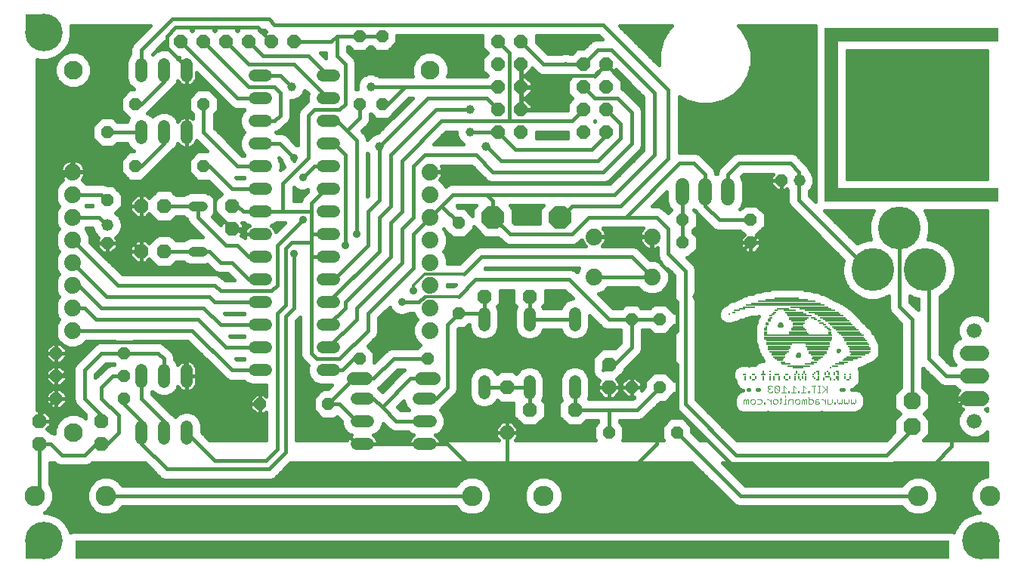
<source format=gbl>
G75*
G70*
%OFA0B0*%
%FSLAX24Y24*%
%IPPOS*%
%LPD*%
%AMOC8*
5,1,8,0,0,1.08239X$1,22.5*
%
%ADD10R,3.8583X0.0787*%
%ADD11R,0.0157X0.0079*%
%ADD12R,0.0079X0.0079*%
%ADD13R,0.0236X0.0079*%
%ADD14R,0.0472X0.0079*%
%ADD15R,0.0315X0.0079*%
%ADD16R,0.1024X0.0079*%
%ADD17R,0.0394X0.0079*%
%ADD18R,0.0630X0.0079*%
%ADD19R,0.0709X0.0079*%
%ADD20R,0.0551X0.0079*%
%ADD21R,0.0787X0.0079*%
%ADD22R,0.0945X0.0079*%
%ADD23R,0.0866X0.0079*%
%ADD24R,0.1102X0.0079*%
%ADD25R,0.1181X0.0079*%
%ADD26R,0.2835X0.0079*%
%ADD27R,0.2913X0.0079*%
%ADD28R,0.2992X0.0079*%
%ADD29R,0.1339X0.0079*%
%ADD30R,0.1417X0.0079*%
%ADD31R,0.1654X0.0079*%
%ADD32R,0.3465X0.0079*%
%ADD33R,0.3071X0.0079*%
%ADD34R,0.2520X0.0079*%
%ADD35R,0.1890X0.0079*%
%ADD36C,0.0030*%
%ADD37R,0.7677X0.0591*%
%ADD38R,0.0591X0.7087*%
%ADD39R,0.7087X0.0591*%
%ADD40C,0.0440*%
%ADD41OC8,0.0630*%
%ADD42C,0.0520*%
%ADD43OC8,0.0600*%
%ADD44OC8,0.0520*%
%ADD45OC8,0.1000*%
%ADD46OC8,0.0760*%
%ADD47C,0.0650*%
%ADD48C,0.0660*%
%ADD49C,0.0740*%
%ADD50C,0.1890*%
%ADD51C,0.0520*%
%ADD52C,0.0554*%
%ADD53C,0.0600*%
%ADD54C,0.0900*%
%ADD55C,0.0160*%
%ADD56C,0.0396*%
%ADD57R,0.0787X0.0787*%
%ADD58C,0.0357*%
%ADD59C,0.0120*%
%ADD60C,0.0827*%
%ADD61C,0.1660*%
D10*
X022229Y000576D03*
D11*
X032859Y008057D03*
X032859Y008293D03*
X032465Y008293D03*
X034355Y008293D03*
X034355Y008057D03*
X035693Y008057D03*
X035693Y008450D03*
X036560Y008450D03*
X036560Y008214D03*
X036560Y008135D03*
X037032Y008057D03*
X036245Y010104D03*
X036245Y010183D03*
X036245Y010261D03*
X036166Y010340D03*
X036087Y010419D03*
X036008Y010497D03*
X035772Y010655D03*
X035615Y010734D03*
X033882Y011127D03*
X033804Y011049D03*
X033725Y010970D03*
X033646Y010891D03*
X033646Y010812D03*
X033567Y010734D03*
X033567Y010655D03*
X033489Y010576D03*
X033489Y010497D03*
X033410Y010340D03*
X033410Y010261D03*
X033410Y010183D03*
X033410Y010104D03*
X031993Y011049D03*
D12*
X031796Y010970D03*
X033449Y010419D03*
X036284Y008608D03*
X036127Y008450D03*
X036205Y008371D03*
X036205Y008293D03*
X036048Y008293D03*
X036048Y008371D03*
X035969Y008135D03*
X035969Y008057D03*
X035733Y008135D03*
X035733Y008214D03*
X035733Y008293D03*
X035733Y008371D03*
X035575Y008371D03*
X035497Y008293D03*
X035497Y008214D03*
X035575Y008135D03*
X035182Y008135D03*
X035182Y008057D03*
X035182Y008214D03*
X035182Y008293D03*
X035103Y008371D03*
X035103Y008450D03*
X035024Y008293D03*
X035024Y008214D03*
X035024Y008135D03*
X034945Y008057D03*
X034867Y008135D03*
X034867Y008214D03*
X034867Y008293D03*
X034788Y008371D03*
X034788Y008450D03*
X034709Y008293D03*
X034709Y008214D03*
X034709Y008135D03*
X034709Y008057D03*
X034473Y008135D03*
X034473Y008214D03*
X034237Y008214D03*
X034237Y008135D03*
X034001Y008135D03*
X034001Y008057D03*
X034001Y008214D03*
X033764Y008214D03*
X033764Y008135D03*
X033764Y008057D03*
X033607Y008057D03*
X033607Y008135D03*
X033607Y008214D03*
X033607Y008293D03*
X033607Y008450D03*
X033292Y008450D03*
X033292Y008371D03*
X033292Y008214D03*
X033292Y008135D03*
X033292Y008057D03*
X032977Y008135D03*
X032977Y008214D03*
X032741Y008214D03*
X032741Y008135D03*
X032504Y008135D03*
X032504Y008057D03*
X032504Y008214D03*
X036284Y008135D03*
X036284Y008057D03*
X036441Y008057D03*
X036599Y008057D03*
X036599Y008293D03*
X036599Y008371D03*
X036441Y008371D03*
X036441Y008293D03*
X036914Y008293D03*
X036914Y008214D03*
X036914Y008135D03*
X037150Y008135D03*
X037150Y008214D03*
X037150Y008293D03*
D13*
X036127Y008214D03*
X035654Y008923D03*
X034158Y008844D03*
X033922Y008293D03*
X033292Y008293D03*
X035890Y010576D03*
X035497Y010812D03*
D14*
X034827Y010497D03*
X034827Y010419D03*
X035693Y009080D03*
X034827Y008608D03*
X037032Y008923D03*
D15*
X036481Y008686D03*
X035536Y008844D03*
X034040Y008923D03*
X032386Y011206D03*
X032150Y011127D03*
D16*
X034001Y009553D03*
X034001Y009474D03*
X034867Y008686D03*
X037229Y010025D03*
X037150Y010104D03*
X037071Y010183D03*
X036993Y010261D03*
X036914Y010340D03*
X036835Y010419D03*
X036756Y010497D03*
X036678Y010576D03*
X037386Y009789D03*
X037465Y009631D03*
D17*
X036835Y008844D03*
X036678Y008765D03*
X035654Y009001D03*
X035339Y008765D03*
X034315Y008765D03*
X034001Y009001D03*
D18*
X033961Y009159D03*
X035693Y009159D03*
X037190Y009001D03*
X034827Y010340D03*
X034827Y010655D03*
D19*
X034867Y010261D03*
X034001Y009238D03*
X037308Y009080D03*
X037465Y009159D03*
D20*
X034867Y010576D03*
X034473Y011127D03*
X034158Y011206D03*
X032662Y011285D03*
X034001Y009080D03*
D21*
X034827Y010183D03*
X034827Y010734D03*
X034670Y011049D03*
X035693Y009316D03*
X035693Y009238D03*
X037583Y009238D03*
D22*
X037583Y009316D03*
X037583Y009395D03*
X037583Y009474D03*
X037504Y009553D03*
X037426Y009710D03*
X037347Y009868D03*
X037268Y009946D03*
X035693Y009474D03*
X035693Y009395D03*
X033961Y009395D03*
D23*
X034001Y009316D03*
X034867Y010104D03*
X034867Y010812D03*
X034788Y010970D03*
D24*
X034906Y010891D03*
X034355Y011679D03*
X036481Y010734D03*
X036560Y010655D03*
X035693Y009631D03*
X035693Y009553D03*
D25*
X034001Y009631D03*
X036127Y010970D03*
X036284Y010891D03*
X036363Y010812D03*
D26*
X034827Y009710D03*
D27*
X034867Y009789D03*
D28*
X034827Y009868D03*
X034827Y009946D03*
X034827Y010025D03*
D29*
X035812Y011127D03*
X035969Y011049D03*
D30*
X035615Y011206D03*
D31*
X035339Y011285D03*
D32*
X034276Y011364D03*
D33*
X034315Y011442D03*
D34*
X034355Y011521D03*
D35*
X034355Y011600D03*
D36*
X034198Y007811D02*
X034198Y007520D01*
X034294Y007520D02*
X034101Y007520D01*
X034000Y007569D02*
X033806Y007762D01*
X033806Y007569D01*
X033855Y007520D01*
X033951Y007520D01*
X034000Y007569D01*
X034000Y007762D01*
X033951Y007811D01*
X033855Y007811D01*
X033806Y007762D01*
X033705Y007762D02*
X033657Y007811D01*
X033560Y007811D01*
X033512Y007762D01*
X033512Y007714D01*
X033560Y007665D01*
X033512Y007617D01*
X033512Y007569D01*
X033560Y007520D01*
X033657Y007520D01*
X033705Y007569D01*
X033608Y007665D02*
X033560Y007665D01*
X033533Y007214D02*
X033484Y007214D01*
X033533Y007214D02*
X033629Y007117D01*
X033629Y007020D02*
X033629Y007214D01*
X033730Y007165D02*
X033730Y007069D01*
X033779Y007020D01*
X033876Y007020D01*
X033924Y007069D01*
X033924Y007165D01*
X033876Y007214D01*
X033779Y007214D01*
X033730Y007165D01*
X034024Y007214D02*
X034120Y007214D01*
X034072Y007262D02*
X034072Y007069D01*
X034024Y007020D01*
X034220Y007020D02*
X034317Y007020D01*
X034268Y007020D02*
X034268Y007214D01*
X034317Y007214D01*
X034268Y007311D02*
X034268Y007359D01*
X034393Y007520D02*
X034442Y007520D01*
X034442Y007569D01*
X034393Y007569D01*
X034393Y007520D01*
X034543Y007520D02*
X034736Y007520D01*
X034640Y007520D02*
X034640Y007811D01*
X034736Y007714D01*
X034835Y007569D02*
X034835Y007520D01*
X034884Y007520D01*
X034884Y007569D01*
X034835Y007569D01*
X034985Y007520D02*
X035178Y007520D01*
X035082Y007520D02*
X035082Y007811D01*
X035178Y007714D01*
X035277Y007569D02*
X035277Y007520D01*
X035326Y007520D01*
X035326Y007569D01*
X035277Y007569D01*
X035524Y007520D02*
X035524Y007811D01*
X035620Y007811D02*
X035427Y007811D01*
X035720Y007811D02*
X035817Y007811D01*
X035768Y007811D02*
X035768Y007520D01*
X035720Y007520D02*
X035817Y007520D01*
X035918Y007520D02*
X036063Y007665D01*
X036112Y007617D02*
X035918Y007811D01*
X036112Y007811D02*
X036112Y007520D01*
X036137Y007214D02*
X036137Y007020D01*
X036282Y007020D01*
X036330Y007069D01*
X036330Y007214D01*
X036429Y007069D02*
X036429Y007020D01*
X036478Y007020D01*
X036478Y007069D01*
X036429Y007069D01*
X036579Y007069D02*
X036579Y007214D01*
X036579Y007069D02*
X036627Y007020D01*
X036675Y007069D01*
X036724Y007020D01*
X036772Y007069D01*
X036772Y007214D01*
X036873Y007214D02*
X036873Y007069D01*
X036922Y007020D01*
X036970Y007069D01*
X037018Y007020D01*
X037067Y007069D01*
X037067Y007214D01*
X037168Y007214D02*
X037168Y007069D01*
X037216Y007020D01*
X037265Y007069D01*
X037313Y007020D01*
X037362Y007069D01*
X037362Y007214D01*
X036036Y007214D02*
X036036Y007020D01*
X036036Y007117D02*
X035939Y007214D01*
X035890Y007214D01*
X035742Y007214D02*
X035645Y007214D01*
X035597Y007165D01*
X035597Y007020D01*
X035742Y007020D01*
X035790Y007069D01*
X035742Y007117D01*
X035597Y007117D01*
X035495Y007069D02*
X035495Y007165D01*
X035447Y007214D01*
X035302Y007214D01*
X035302Y007311D02*
X035302Y007020D01*
X035447Y007020D01*
X035495Y007069D01*
X035201Y007020D02*
X035201Y007214D01*
X035152Y007214D01*
X035104Y007165D01*
X035056Y007214D01*
X035007Y007165D01*
X035007Y007020D01*
X035104Y007020D02*
X035104Y007165D01*
X034906Y007165D02*
X034906Y007069D01*
X034858Y007020D01*
X034761Y007020D01*
X034713Y007069D01*
X034713Y007165D01*
X034761Y007214D01*
X034858Y007214D01*
X034906Y007165D01*
X034611Y007214D02*
X034466Y007214D01*
X034418Y007165D01*
X034418Y007020D01*
X034611Y007020D02*
X034611Y007214D01*
X034294Y007714D02*
X034198Y007811D01*
X033236Y007165D02*
X033236Y007069D01*
X033188Y007020D01*
X033043Y007020D01*
X032942Y007069D02*
X032893Y007020D01*
X032797Y007020D01*
X032748Y007069D01*
X032748Y007165D01*
X032797Y007214D01*
X032893Y007214D01*
X032942Y007165D01*
X032942Y007069D01*
X033043Y007214D02*
X033188Y007214D01*
X033236Y007165D01*
X033335Y007069D02*
X033335Y007020D01*
X033384Y007020D01*
X033384Y007069D01*
X033335Y007069D01*
X032647Y007020D02*
X032647Y007214D01*
X032599Y007214D01*
X032550Y007165D01*
X032502Y007214D01*
X032454Y007165D01*
X032454Y007020D01*
X032550Y007020D02*
X032550Y007165D01*
D37*
X039847Y023312D03*
D38*
X036304Y019474D03*
D39*
X040142Y016226D03*
D40*
X008587Y015746D02*
X008147Y015746D01*
X008147Y013746D02*
X008587Y013746D01*
D41*
X009867Y014746D03*
X009867Y015746D03*
X006867Y015746D03*
X005867Y015746D03*
X005867Y013746D03*
X006867Y013746D03*
X004117Y006246D03*
X004117Y005246D03*
X001367Y005246D03*
X001367Y006246D03*
X020992Y011746D03*
X022992Y011746D03*
X026492Y008746D03*
X026492Y007746D03*
X024992Y006746D03*
X022992Y006746D03*
X021992Y007746D03*
X021992Y005746D03*
D42*
X022992Y007486D02*
X022992Y008006D01*
X024992Y008006D02*
X024992Y007486D01*
X020992Y007486D02*
X020992Y008006D01*
X018627Y007246D02*
X018107Y007246D01*
X018107Y006246D02*
X018627Y006246D01*
X018627Y005246D02*
X018107Y005246D01*
X015877Y005246D02*
X015357Y005246D01*
X015357Y006246D02*
X015877Y006246D01*
X015877Y007246D02*
X015357Y007246D01*
X014377Y008496D02*
X013857Y008496D01*
X013857Y009496D02*
X014377Y009496D01*
X014377Y010496D02*
X013857Y010496D01*
X013857Y011496D02*
X014377Y011496D01*
X014377Y012496D02*
X013857Y012496D01*
X013857Y013496D02*
X014377Y013496D01*
X014377Y014496D02*
X013857Y014496D01*
X013857Y015496D02*
X014377Y015496D01*
X014377Y016496D02*
X013857Y016496D01*
X013857Y017496D02*
X014377Y017496D01*
X014377Y018496D02*
X013857Y018496D01*
X013857Y019496D02*
X014377Y019496D01*
X014377Y020496D02*
X013857Y020496D01*
X013857Y021496D02*
X014377Y021496D01*
X011377Y021496D02*
X010857Y021496D01*
X010857Y020496D02*
X011377Y020496D01*
X011377Y019496D02*
X010857Y019496D01*
X010857Y018496D02*
X011377Y018496D01*
X011377Y017496D02*
X010857Y017496D01*
X010857Y016496D02*
X011377Y016496D01*
X011377Y015496D02*
X010857Y015496D01*
X010857Y014496D02*
X011377Y014496D01*
X011377Y013496D02*
X010857Y013496D01*
X010857Y012496D02*
X011377Y012496D01*
X011377Y011496D02*
X010857Y011496D01*
X010857Y010496D02*
X011377Y010496D01*
X011377Y009496D02*
X010857Y009496D01*
X010857Y008496D02*
X011377Y008496D01*
X007867Y008506D02*
X007867Y007986D01*
X006867Y007986D02*
X006867Y008506D01*
X005867Y008506D02*
X005867Y007986D01*
X005867Y006006D02*
X005867Y005486D01*
X006867Y005486D02*
X006867Y006006D01*
X007867Y006006D02*
X007867Y005486D01*
X020992Y010486D02*
X020992Y011006D01*
X022992Y011006D02*
X022992Y010486D01*
X024992Y010486D02*
X024992Y011006D01*
X007867Y018736D02*
X007867Y019256D01*
X006867Y019256D02*
X006867Y018736D01*
X005867Y018736D02*
X005867Y019256D01*
X005867Y021486D02*
X005867Y022006D01*
X006867Y022006D02*
X006867Y021486D01*
X007867Y021486D02*
X007867Y022006D01*
D43*
X007617Y022996D03*
X008617Y022996D03*
X009617Y022996D03*
X010617Y022996D03*
X011617Y022996D03*
X012617Y022996D03*
X021617Y022996D03*
X022617Y022996D03*
X022617Y021996D03*
X021617Y021996D03*
X021617Y020996D03*
X022617Y020996D03*
X022617Y019996D03*
X021617Y019996D03*
X021617Y018996D03*
X022617Y018996D03*
X025367Y018996D03*
X026367Y018996D03*
X026367Y019996D03*
X025367Y019996D03*
X025367Y020996D03*
X026367Y020996D03*
X026367Y021996D03*
X025367Y021996D03*
D44*
X016492Y023246D03*
X015492Y023246D03*
X015492Y020246D03*
X016492Y020246D03*
X008617Y020246D03*
X005617Y020246D03*
X004367Y018996D03*
X005617Y017496D03*
X004367Y015996D03*
X004367Y014096D03*
X008617Y017496D03*
X019867Y014996D03*
X019867Y010996D03*
X018492Y008996D03*
X015492Y008996D03*
X014117Y006996D03*
X011117Y006996D03*
X005117Y007246D03*
X005117Y008246D03*
X005117Y009246D03*
X002117Y009246D03*
X002117Y008246D03*
X002117Y007246D03*
X026492Y005746D03*
X029492Y005746D03*
X028742Y007746D03*
X027492Y007746D03*
X027492Y010746D03*
X028742Y010746D03*
X029742Y014121D03*
X029742Y015121D03*
X032742Y015121D03*
X032742Y014121D03*
X034092Y016871D03*
D45*
X024347Y015246D03*
X021387Y015246D03*
D46*
X039867Y007121D03*
X039867Y005996D03*
D47*
X042292Y007246D02*
X042941Y007246D01*
X042941Y008246D02*
X042292Y008246D01*
X042292Y009246D02*
X042941Y009246D01*
D48*
X042617Y010246D03*
X042617Y006246D03*
D49*
X028397Y012606D03*
X025837Y012606D03*
X025837Y014386D03*
X028397Y014386D03*
X018617Y014242D03*
X018617Y015242D03*
X018617Y016242D03*
X018617Y017242D03*
X018617Y013242D03*
X018617Y012242D03*
X018617Y011242D03*
X018617Y010242D03*
X002837Y010242D03*
X002837Y011242D03*
X002837Y012242D03*
X002837Y013242D03*
X002837Y014242D03*
X002837Y015242D03*
X002837Y016242D03*
X002837Y017242D03*
D50*
X038128Y012931D03*
X040451Y012931D03*
X039310Y014781D03*
D51*
X034892Y016871D03*
X004367Y014896D03*
D52*
X015215Y008121D02*
X015769Y008121D01*
X018215Y008121D02*
X018769Y008121D01*
D53*
X029742Y016071D02*
X029742Y016671D01*
X030742Y016671D02*
X030742Y016071D01*
X031742Y016071D02*
X031742Y016671D01*
D54*
X023607Y002938D03*
X020457Y002938D03*
X004315Y002938D03*
X001166Y002938D03*
X040142Y002938D03*
X043292Y002938D03*
D55*
X042531Y003323D02*
X040903Y003323D01*
X040863Y003420D02*
X040624Y003659D01*
X040311Y003788D01*
X039973Y003788D01*
X039661Y003659D01*
X039422Y003420D01*
X039421Y003418D01*
X032498Y003418D01*
X031514Y004402D01*
X031781Y004402D01*
X031845Y004339D01*
X032021Y004266D01*
X038837Y004266D01*
X039014Y004339D01*
X039077Y004402D01*
X043181Y004402D01*
X043181Y003788D01*
X043123Y003788D01*
X042810Y003659D01*
X042571Y003420D01*
X042442Y003108D01*
X042442Y002769D01*
X042571Y002457D01*
X042810Y002218D01*
X042854Y002200D01*
X042736Y002200D01*
X042423Y002116D01*
X042143Y001954D01*
X041914Y001725D01*
X041752Y001445D01*
X041719Y001321D01*
X041600Y001370D01*
X002858Y001370D01*
X002739Y001321D01*
X002706Y001445D01*
X002544Y001725D01*
X002315Y001954D01*
X002034Y002116D01*
X001722Y002200D01*
X001604Y002200D01*
X001647Y002218D01*
X001886Y002457D01*
X002016Y002769D01*
X002016Y003108D01*
X001886Y003420D01*
X001847Y003460D01*
X001847Y004402D01*
X002031Y004402D01*
X002095Y004339D01*
X002271Y004266D01*
X003462Y004266D01*
X003639Y004339D01*
X003702Y004402D01*
X006031Y004402D01*
X006720Y003714D01*
X006896Y003641D01*
X011587Y003641D01*
X011764Y003714D01*
X011899Y003849D01*
X012452Y004402D01*
X030156Y004402D01*
X031892Y002667D01*
X032027Y002532D01*
X032203Y002458D01*
X039421Y002458D01*
X039422Y002457D01*
X039661Y002218D01*
X039973Y002088D01*
X040311Y002088D01*
X040624Y002218D01*
X040863Y002457D01*
X040992Y002769D01*
X040992Y003108D01*
X040863Y003420D01*
X040801Y003482D02*
X042633Y003482D01*
X042792Y003640D02*
X040642Y003640D01*
X040968Y003165D02*
X042466Y003165D01*
X042442Y003006D02*
X040992Y003006D01*
X040992Y002848D02*
X042442Y002848D01*
X042475Y002689D02*
X040959Y002689D01*
X040894Y002531D02*
X042541Y002531D01*
X042656Y002372D02*
X040778Y002372D01*
X040614Y002214D02*
X042820Y002214D01*
X042319Y002055D02*
X002139Y002055D01*
X002372Y001897D02*
X042086Y001897D01*
X041927Y001738D02*
X002530Y001738D01*
X002628Y001580D02*
X041830Y001580D01*
X041746Y001421D02*
X002712Y001421D01*
X003834Y002218D02*
X004146Y002088D01*
X004485Y002088D01*
X004797Y002218D01*
X005036Y002457D01*
X005037Y002458D01*
X019736Y002458D01*
X019737Y002457D01*
X019976Y002218D01*
X020288Y002088D01*
X020626Y002088D01*
X020939Y002218D01*
X021178Y002457D01*
X021307Y002769D01*
X021307Y003108D01*
X021178Y003420D01*
X020939Y003659D01*
X020626Y003788D01*
X020288Y003788D01*
X019976Y003659D01*
X019737Y003420D01*
X019736Y003418D01*
X005037Y003418D01*
X005036Y003420D01*
X004797Y003659D01*
X004485Y003788D01*
X004146Y003788D01*
X003834Y003659D01*
X003595Y003420D01*
X003465Y003108D01*
X003465Y002769D01*
X003595Y002457D01*
X003834Y002218D01*
X003843Y002214D02*
X001638Y002214D01*
X001802Y002372D02*
X003679Y002372D01*
X003564Y002531D02*
X001917Y002531D01*
X001983Y002689D02*
X003499Y002689D01*
X003465Y002848D02*
X002016Y002848D01*
X002016Y003006D02*
X003465Y003006D01*
X003489Y003165D02*
X001992Y003165D01*
X001926Y003323D02*
X003555Y003323D01*
X003657Y003482D02*
X001847Y003482D01*
X001847Y003640D02*
X003815Y003640D01*
X004315Y002938D02*
X020457Y002938D01*
X021218Y003323D02*
X022846Y003323D01*
X022886Y003420D02*
X022757Y003108D01*
X022757Y002769D01*
X022886Y002457D01*
X023125Y002218D01*
X023438Y002088D01*
X023776Y002088D01*
X024088Y002218D01*
X024327Y002457D01*
X024457Y002769D01*
X024457Y003108D01*
X024327Y003420D01*
X024088Y003659D01*
X023776Y003788D01*
X023438Y003788D01*
X023125Y003659D01*
X022886Y003420D01*
X022948Y003482D02*
X021116Y003482D01*
X020957Y003640D02*
X023107Y003640D01*
X022781Y003165D02*
X021283Y003165D01*
X021307Y003006D02*
X022757Y003006D01*
X022757Y002848D02*
X021307Y002848D01*
X021274Y002689D02*
X022790Y002689D01*
X022856Y002531D02*
X021208Y002531D01*
X021093Y002372D02*
X022971Y002372D01*
X023135Y002214D02*
X020929Y002214D01*
X019985Y002214D02*
X004788Y002214D01*
X004952Y002372D02*
X019821Y002372D01*
X019799Y003482D02*
X004974Y003482D01*
X004816Y003640D02*
X019957Y003640D01*
X020367Y004246D02*
X021867Y004246D01*
X021992Y004371D01*
X021992Y005746D01*
X021992Y005746D01*
X021992Y006241D01*
X022197Y006241D01*
X022487Y005951D01*
X022487Y005746D01*
X021992Y005746D01*
X021992Y005746D01*
X021992Y006241D01*
X021787Y006241D01*
X021497Y005951D01*
X021497Y005746D01*
X021992Y005746D01*
X022487Y005746D01*
X022487Y005540D01*
X022358Y005412D01*
X025892Y005412D01*
X025832Y005472D01*
X025832Y006019D01*
X026012Y006199D01*
X026012Y006266D01*
X025523Y006266D01*
X025288Y006031D01*
X024696Y006031D01*
X024277Y006449D01*
X024277Y007042D01*
X024407Y007172D01*
X024332Y007354D01*
X024332Y008137D01*
X024432Y008379D01*
X024618Y008565D01*
X024860Y008666D01*
X025123Y008666D01*
X025366Y008565D01*
X025551Y008379D01*
X025652Y008137D01*
X025652Y007354D01*
X025598Y007226D01*
X027543Y007226D01*
X027623Y007306D01*
X027492Y007306D01*
X027492Y007745D01*
X027492Y007745D01*
X027492Y007746D02*
X027492Y007746D01*
X027492Y007746D01*
X027492Y008186D01*
X027674Y008186D01*
X027932Y007928D01*
X027932Y007746D01*
X027492Y007746D01*
X027492Y008186D01*
X027309Y008186D01*
X027052Y007928D01*
X027052Y007746D01*
X027492Y007746D01*
X027932Y007746D01*
X027932Y007614D01*
X028082Y007764D01*
X028082Y008019D01*
X028468Y008406D01*
X029015Y008406D01*
X029387Y008034D01*
X029387Y010457D01*
X029015Y010086D01*
X028468Y010086D01*
X028288Y010266D01*
X027972Y010266D01*
X027972Y009400D01*
X027899Y009224D01*
X027764Y009089D01*
X027207Y008532D01*
X027207Y008449D01*
X026847Y008090D01*
X026987Y007951D01*
X026987Y007746D01*
X026492Y007746D01*
X026492Y007746D01*
X026987Y007746D01*
X026987Y007540D01*
X026697Y007251D01*
X026492Y007251D01*
X026492Y007745D01*
X026492Y007745D01*
X026492Y007251D01*
X026287Y007251D01*
X025997Y007540D01*
X025997Y007746D01*
X026492Y007746D01*
X027492Y007746D01*
X027492Y008246D01*
X028742Y009496D01*
X029492Y008746D01*
X029492Y006871D01*
X029492Y006746D01*
X031867Y004371D01*
X040867Y004371D01*
X041617Y005121D01*
X041617Y006621D01*
X042242Y007246D01*
X042617Y007246D01*
X042588Y007274D02*
X042588Y007217D01*
X041787Y007217D01*
X041787Y007206D01*
X041799Y007127D01*
X041824Y007052D01*
X041860Y006981D01*
X041907Y006917D01*
X041963Y006860D01*
X042027Y006814D01*
X042098Y006778D01*
X042112Y006773D01*
X041998Y006659D01*
X041887Y006391D01*
X041887Y006100D01*
X041998Y005832D01*
X042203Y005627D01*
X042471Y005516D01*
X042762Y005516D01*
X043030Y005627D01*
X043181Y005777D01*
X043181Y005412D01*
X040386Y005412D01*
X040647Y005672D01*
X040647Y006319D01*
X040407Y006558D01*
X040647Y006797D01*
X040647Y007444D01*
X040347Y007744D01*
X040347Y008587D01*
X041095Y007839D01*
X041271Y007766D01*
X041462Y007766D01*
X041747Y007766D01*
X041881Y007631D01*
X041939Y007607D01*
X041907Y007574D01*
X041860Y007510D01*
X041824Y007439D01*
X041799Y007364D01*
X041787Y007285D01*
X041787Y007274D01*
X042588Y007274D01*
X041827Y007444D02*
X040646Y007444D01*
X040647Y007286D02*
X041787Y007286D01*
X041799Y007127D02*
X040647Y007127D01*
X040647Y006969D02*
X041869Y006969D01*
X042034Y006810D02*
X040647Y006810D01*
X040501Y006652D02*
X041995Y006652D01*
X041929Y006493D02*
X040472Y006493D01*
X040630Y006335D02*
X041887Y006335D01*
X041887Y006176D02*
X040647Y006176D01*
X040647Y006018D02*
X041921Y006018D01*
X041986Y005859D02*
X040647Y005859D01*
X040647Y005701D02*
X042129Y005701D01*
X042406Y005542D02*
X040517Y005542D01*
X039867Y005871D02*
X039867Y005996D01*
X039867Y005871D02*
X038742Y004746D01*
X032117Y004746D01*
X029867Y006996D01*
X029867Y012871D01*
X029117Y013621D01*
X029117Y014746D01*
X028617Y015246D01*
X027242Y015246D01*
X025617Y015246D01*
X024867Y014496D01*
X022137Y014496D01*
X021387Y015246D01*
X021387Y015976D01*
X021117Y016246D01*
X026742Y016246D01*
X028492Y017996D01*
X028492Y020746D01*
X026617Y022621D01*
X025992Y022621D01*
X025367Y021996D01*
X024617Y021996D01*
X024585Y022027D01*
X024617Y021996D02*
X023617Y021996D01*
X022617Y022996D01*
X023317Y022978D02*
X025670Y022978D01*
X025720Y023027D02*
X025388Y022696D01*
X025077Y022696D01*
X024857Y022476D01*
X024757Y022476D01*
X024681Y022507D01*
X024490Y022507D01*
X024414Y022476D01*
X023815Y022476D01*
X023317Y022974D01*
X023317Y023266D01*
X026043Y023266D01*
X026208Y023101D01*
X025896Y023101D01*
X025720Y023027D01*
X025511Y022819D02*
X023472Y022819D01*
X023630Y022661D02*
X025042Y022661D01*
X024883Y022502D02*
X024693Y022502D01*
X024478Y022502D02*
X023789Y022502D01*
X023097Y021837D02*
X023345Y021589D01*
X023521Y021516D01*
X024712Y021516D01*
X024857Y021516D01*
X024877Y021496D01*
X024667Y021285D01*
X024667Y020706D01*
X024877Y020496D01*
X024667Y020285D01*
X024667Y019976D01*
X022637Y019976D01*
X022637Y020016D01*
X022597Y020016D01*
X022597Y020976D01*
X022637Y020976D01*
X022637Y021016D01*
X022597Y021016D01*
X022597Y021976D01*
X022637Y021976D01*
X022637Y021516D01*
X022815Y021516D01*
X023097Y021797D01*
X023097Y021837D01*
X023009Y021710D02*
X023224Y021710D01*
X023435Y021551D02*
X022851Y021551D01*
X022815Y021476D02*
X022637Y021476D01*
X022637Y021016D01*
X023097Y021016D01*
X023097Y021194D01*
X022815Y021476D01*
X022898Y021393D02*
X024774Y021393D01*
X024667Y021234D02*
X023057Y021234D01*
X023097Y021076D02*
X024667Y021076D01*
X024667Y020917D02*
X023097Y020917D01*
X023097Y020976D02*
X022637Y020976D01*
X022637Y020516D01*
X022815Y020516D01*
X023097Y020797D01*
X023097Y020976D01*
X023058Y020759D02*
X024667Y020759D01*
X024772Y020600D02*
X022900Y020600D01*
X022815Y020476D02*
X022637Y020476D01*
X022637Y020016D01*
X023097Y020016D01*
X023097Y020194D01*
X022815Y020476D01*
X022849Y020442D02*
X024823Y020442D01*
X024667Y020283D02*
X023008Y020283D01*
X023097Y020125D02*
X024667Y020125D01*
X024867Y019496D02*
X025367Y019996D01*
X025867Y019506D02*
X025877Y019496D01*
X025867Y019485D01*
X025857Y019496D01*
X025867Y019506D01*
X025862Y019491D02*
X025872Y019491D01*
X026367Y018996D02*
X026367Y018871D01*
X025742Y018246D01*
X022367Y018246D01*
X021617Y018996D01*
X020367Y018996D01*
X019769Y019015D02*
X019315Y019015D01*
X019315Y019016D02*
X018775Y018476D01*
X020059Y018476D01*
X020028Y018488D01*
X019860Y018657D01*
X019769Y018877D01*
X019769Y019016D01*
X019315Y019016D01*
X019156Y018857D02*
X019777Y018857D01*
X019843Y018698D02*
X018998Y018698D01*
X018839Y018540D02*
X019977Y018540D01*
X020638Y017996D02*
X021388Y017246D01*
X026242Y017246D01*
X027492Y018496D01*
X027492Y019871D01*
X026867Y020496D01*
X025867Y020496D01*
X025367Y020996D01*
X025867Y021485D02*
X025857Y021496D01*
X026022Y021661D01*
X026032Y021651D01*
X025867Y021485D01*
X025867Y021496D02*
X023867Y021496D01*
X023835Y021464D01*
X023867Y021496D02*
X022617Y021496D01*
X022617Y020996D01*
X022617Y019996D01*
X022597Y020125D02*
X022637Y020125D01*
X022637Y020283D02*
X022597Y020283D01*
X022597Y020442D02*
X022637Y020442D01*
X022637Y020600D02*
X022597Y020600D01*
X022597Y020759D02*
X022637Y020759D01*
X022637Y020917D02*
X022597Y020917D01*
X022597Y021076D02*
X022637Y021076D01*
X022637Y021234D02*
X022597Y021234D01*
X022597Y021393D02*
X022637Y021393D01*
X022617Y021496D02*
X022617Y021996D01*
X022597Y021868D02*
X022637Y021868D01*
X022637Y021710D02*
X022597Y021710D01*
X022597Y021551D02*
X022637Y021551D01*
X022117Y022496D02*
X022117Y019496D01*
X024867Y019496D01*
X024667Y019016D02*
X024667Y018726D01*
X023317Y018726D01*
X023317Y019016D01*
X024667Y019016D01*
X024667Y019015D02*
X023317Y019015D01*
X023317Y018857D02*
X024667Y018857D01*
X026367Y019996D02*
X026992Y019371D01*
X026992Y018746D01*
X025992Y017746D01*
X021742Y017746D01*
X021117Y018371D01*
X021085Y018371D01*
X020638Y017996D02*
X018367Y017996D01*
X017867Y017496D01*
X017867Y015246D01*
X017367Y014746D01*
X017367Y013246D01*
X015367Y011246D01*
X015367Y010746D01*
X014117Y009496D01*
X014367Y009496D01*
X014617Y008996D02*
X013617Y008996D01*
X013367Y009246D01*
X013367Y013496D01*
X014117Y013496D01*
X013992Y013496D01*
X013367Y013496D02*
X013367Y014121D01*
X012492Y014121D01*
X012242Y013871D01*
X012242Y011371D01*
X011867Y010996D01*
X011867Y004996D01*
X011367Y004496D01*
X009117Y004496D01*
X007867Y005746D01*
X008527Y005764D02*
X008527Y006137D01*
X008426Y006379D01*
X008241Y006565D01*
X007998Y006666D01*
X007735Y006666D01*
X007493Y006565D01*
X007367Y006439D01*
X007241Y006565D01*
X007216Y006575D01*
X007139Y006652D01*
X007703Y006652D01*
X007421Y006493D02*
X007312Y006493D01*
X007139Y006652D02*
X006347Y007444D01*
X006347Y007532D01*
X006367Y007552D01*
X006493Y007426D01*
X006735Y007326D01*
X006998Y007326D01*
X007241Y007426D01*
X007426Y007612D01*
X007488Y007760D01*
X007490Y007755D01*
X007531Y007699D01*
X007580Y007650D01*
X007636Y007609D01*
X007698Y007578D01*
X007764Y007556D01*
X007832Y007546D01*
X007867Y007546D01*
X007901Y007546D01*
X007970Y007556D01*
X008036Y007578D01*
X008097Y007609D01*
X008153Y007650D01*
X008202Y007699D01*
X008243Y007755D01*
X008274Y007817D01*
X008296Y007882D01*
X008307Y007951D01*
X008307Y008246D01*
X008307Y008540D01*
X008296Y008609D01*
X008274Y008674D01*
X008243Y008736D01*
X008202Y008792D01*
X008153Y008841D01*
X008097Y008882D01*
X008036Y008913D01*
X007970Y008935D01*
X007901Y008946D01*
X007867Y008946D01*
X007867Y008246D01*
X007867Y008246D01*
X008307Y008246D01*
X007867Y008246D01*
X007867Y008246D01*
X007867Y008946D01*
X007832Y008946D01*
X007764Y008935D01*
X007698Y008913D01*
X007636Y008882D01*
X007580Y008841D01*
X007531Y008792D01*
X007490Y008736D01*
X007488Y008731D01*
X007426Y008879D01*
X007347Y008959D01*
X007347Y009091D01*
X007274Y009267D01*
X007139Y009402D01*
X006889Y009652D01*
X006712Y009726D01*
X005570Y009726D01*
X005530Y009766D01*
X007918Y009766D01*
X009595Y008089D01*
X009771Y008016D01*
X010403Y008016D01*
X010483Y007936D01*
X010725Y007836D01*
X011387Y007836D01*
X011387Y007348D01*
X011299Y007436D01*
X011117Y007436D01*
X011117Y006996D01*
X011117Y006996D01*
X011117Y007436D01*
X010934Y007436D01*
X010677Y007178D01*
X010677Y006996D01*
X011117Y006996D01*
X010617Y006996D01*
X009367Y008246D01*
X007867Y008246D01*
X007867Y008746D01*
X006867Y009746D01*
X003867Y009746D01*
X002367Y008246D01*
X002117Y008246D01*
X002117Y008246D01*
X002117Y008686D01*
X002299Y008686D01*
X002557Y008428D01*
X002557Y008246D01*
X002117Y008246D01*
X002117Y008246D01*
X002117Y008686D01*
X001934Y008686D01*
X001677Y008428D01*
X001677Y008246D01*
X002117Y008246D01*
X002557Y008246D01*
X002557Y008063D01*
X002299Y007806D01*
X002117Y007806D01*
X002117Y008245D01*
X002117Y008245D01*
X002117Y007806D01*
X001934Y007806D01*
X001677Y008063D01*
X001677Y008246D01*
X002117Y008246D01*
X002117Y016746D01*
X002617Y017246D01*
X002833Y017246D01*
X002837Y017242D01*
X002841Y017246D01*
X004367Y017246D01*
X004867Y016746D01*
X005867Y016746D01*
X007867Y016746D01*
X007867Y018996D01*
X007867Y018996D01*
X007867Y019696D01*
X007901Y019696D01*
X007970Y019685D01*
X008036Y019663D01*
X008097Y019632D01*
X008137Y019603D01*
X008137Y019792D01*
X007957Y019972D01*
X007957Y020519D01*
X008343Y020906D01*
X008890Y020906D01*
X009277Y020519D01*
X009277Y019972D01*
X009097Y019792D01*
X009097Y019194D01*
X010315Y017976D01*
X010403Y017976D01*
X010423Y017996D01*
X010297Y018122D01*
X010197Y018364D01*
X010197Y018627D01*
X010297Y018869D01*
X010423Y018996D01*
X010297Y019122D01*
X010197Y019364D01*
X010197Y019627D01*
X010297Y019869D01*
X010423Y019996D01*
X010403Y020016D01*
X010021Y020016D01*
X009845Y020089D01*
X008307Y021627D01*
X008307Y021451D01*
X008296Y021382D01*
X008274Y021317D01*
X008243Y021255D01*
X008202Y021199D01*
X008153Y021150D01*
X008097Y021109D01*
X008036Y021078D01*
X007970Y021056D01*
X007901Y021046D01*
X007867Y021046D01*
X007867Y021745D01*
X007867Y021745D01*
X007867Y021046D01*
X007832Y021046D01*
X007764Y021056D01*
X007698Y021078D01*
X007636Y021109D01*
X007580Y021150D01*
X007531Y021199D01*
X007490Y021255D01*
X007488Y021260D01*
X007426Y021112D01*
X007241Y020926D01*
X007216Y020916D01*
X007139Y020839D01*
X006277Y019977D01*
X006277Y019972D01*
X006155Y019850D01*
X006241Y019815D01*
X006367Y019689D01*
X006493Y019815D01*
X006735Y019916D01*
X006998Y019916D01*
X007241Y019815D01*
X007426Y019629D01*
X007488Y019481D01*
X007490Y019486D01*
X007531Y019542D01*
X007580Y019591D01*
X007636Y019632D01*
X007698Y019663D01*
X007764Y019685D01*
X007832Y019696D01*
X007867Y019696D01*
X007867Y018996D01*
X007867Y021746D01*
X007867Y022067D01*
X007867Y022067D01*
X007867Y021746D01*
X007867Y021746D01*
X007867Y021871D01*
X006992Y022746D01*
X006992Y023246D01*
X007367Y023621D01*
X010992Y023621D01*
X011617Y022996D01*
X011272Y023330D02*
X011375Y023433D01*
X011293Y023516D01*
X011087Y023516D01*
X011272Y023330D01*
X011355Y023453D02*
X011149Y023453D01*
X011492Y023996D02*
X011742Y023746D01*
X026242Y023746D01*
X029117Y020871D01*
X029117Y017849D01*
X027013Y015746D01*
X024867Y015746D01*
X024367Y015246D01*
X024347Y015246D01*
X023447Y015211D02*
X022287Y015211D01*
X022287Y015369D02*
X023447Y015369D01*
X023447Y015528D02*
X022287Y015528D01*
X022287Y015618D02*
X022287Y015024D01*
X022335Y014976D01*
X023447Y014976D01*
X023447Y015618D01*
X023594Y015766D01*
X022139Y015766D01*
X022287Y015618D01*
X022218Y015686D02*
X023515Y015686D01*
X023447Y015052D02*
X022287Y015052D01*
X021608Y014346D02*
X021014Y014346D01*
X020527Y014833D01*
X020527Y014722D01*
X020140Y014336D01*
X019593Y014336D01*
X019282Y014646D01*
X019387Y014395D01*
X019387Y014088D01*
X019269Y013805D01*
X019206Y013742D01*
X019269Y013678D01*
X019387Y013395D01*
X019387Y013206D01*
X019898Y013206D01*
X020460Y013767D01*
X020595Y013902D01*
X020771Y013976D01*
X025469Y013976D01*
X025417Y014027D01*
X025366Y014097D01*
X025327Y014174D01*
X025302Y014252D01*
X025274Y014224D01*
X025274Y014224D01*
X025139Y014089D01*
X024962Y014016D01*
X022041Y014016D01*
X021865Y014089D01*
X021608Y014346D01*
X021693Y014260D02*
X019387Y014260D01*
X019387Y014101D02*
X021852Y014101D01*
X020941Y014418D02*
X020223Y014418D01*
X020382Y014577D02*
X020782Y014577D01*
X020624Y014735D02*
X020527Y014735D01*
X019867Y014996D02*
X019117Y015746D01*
X019617Y016246D01*
X021117Y016246D01*
X021021Y016726D02*
X019521Y016726D01*
X019345Y016652D01*
X019299Y016607D01*
X019269Y016678D01*
X019053Y016894D01*
X019046Y016897D01*
X019087Y016953D01*
X019126Y017030D01*
X019153Y017113D01*
X020842Y017113D01*
X020981Y016974D02*
X020981Y016974D01*
X020439Y017516D01*
X019094Y017516D01*
X019126Y017453D01*
X019153Y017370D01*
X019167Y017285D01*
X019167Y017262D01*
X018637Y017262D01*
X018637Y017222D01*
X019167Y017222D01*
X019167Y017198D01*
X019153Y017113D01*
X019142Y017242D02*
X018617Y017242D01*
X019142Y017242D02*
X019638Y016746D01*
X026492Y016746D01*
X027992Y018246D01*
X027992Y020371D01*
X026367Y021996D01*
X025867Y021496D01*
X025912Y021551D02*
X025932Y021551D01*
X026701Y021651D02*
X026804Y021754D01*
X028012Y020547D01*
X028012Y018194D01*
X026543Y016726D01*
X021021Y016726D01*
X021116Y016839D02*
X020981Y016974D01*
X021001Y016955D02*
X019088Y016955D01*
X019151Y016796D02*
X021219Y016796D01*
X021293Y016766D02*
X026337Y016766D01*
X026514Y016839D01*
X026649Y016974D01*
X027899Y018224D01*
X027972Y018400D01*
X027972Y019966D01*
X027899Y020142D01*
X027764Y020277D01*
X027139Y020902D01*
X027067Y020932D01*
X027067Y021285D01*
X026701Y021651D01*
X026759Y021710D02*
X026849Y021710D01*
X026801Y021551D02*
X027007Y021551D01*
X026960Y021393D02*
X027166Y021393D01*
X027067Y021234D02*
X027324Y021234D01*
X027483Y021076D02*
X027067Y021076D01*
X027103Y020917D02*
X027641Y020917D01*
X027800Y020759D02*
X027282Y020759D01*
X027441Y020600D02*
X027958Y020600D01*
X028012Y020442D02*
X027599Y020442D01*
X027758Y020283D02*
X028012Y020283D01*
X028012Y020125D02*
X027906Y020125D01*
X027972Y019966D02*
X028012Y019966D01*
X028012Y019808D02*
X027972Y019808D01*
X027972Y019649D02*
X028012Y019649D01*
X028012Y019491D02*
X027972Y019491D01*
X027972Y019332D02*
X028012Y019332D01*
X028012Y019174D02*
X027972Y019174D01*
X027972Y019015D02*
X028012Y019015D01*
X028012Y018857D02*
X027972Y018857D01*
X027972Y018698D02*
X028012Y018698D01*
X028012Y018540D02*
X027972Y018540D01*
X027964Y018381D02*
X028012Y018381D01*
X028012Y018223D02*
X027897Y018223D01*
X027881Y018064D02*
X027739Y018064D01*
X027723Y017906D02*
X027580Y017906D01*
X027564Y017747D02*
X027422Y017747D01*
X027406Y017589D02*
X027263Y017589D01*
X027247Y017430D02*
X027105Y017430D01*
X027089Y017272D02*
X026946Y017272D01*
X026930Y017113D02*
X026788Y017113D01*
X026772Y016955D02*
X026629Y016955D01*
X026613Y016796D02*
X026411Y016796D01*
X028400Y015726D02*
X029042Y016367D01*
X029042Y015931D01*
X029148Y015674D01*
X029255Y015567D01*
X029114Y015427D01*
X029024Y015517D01*
X028889Y015652D01*
X028712Y015726D01*
X028400Y015726D01*
X028520Y015845D02*
X029077Y015845D01*
X029042Y016003D02*
X028678Y016003D01*
X028837Y016162D02*
X029042Y016162D01*
X029042Y016320D02*
X028995Y016320D01*
X029143Y015686D02*
X028806Y015686D01*
X029013Y015528D02*
X029216Y015528D01*
X029742Y015121D02*
X029742Y014121D01*
X030222Y014574D02*
X030402Y014394D01*
X030402Y013847D01*
X030015Y013461D01*
X029955Y013461D01*
X030274Y013142D01*
X030347Y012966D01*
X030347Y007194D01*
X032129Y005412D01*
X038729Y005412D01*
X039087Y005769D01*
X039087Y006319D01*
X039326Y006558D01*
X039087Y006797D01*
X039087Y007444D01*
X039387Y007744D01*
X039387Y010547D01*
X038903Y011031D01*
X038830Y011207D01*
X038830Y011782D01*
X038648Y011677D01*
X038306Y011586D01*
X037951Y011586D01*
X037609Y011677D01*
X037303Y011854D01*
X037052Y012105D01*
X036875Y012411D01*
X036784Y012753D01*
X036784Y013108D01*
X036845Y013338D01*
X034595Y015589D01*
X034460Y015724D01*
X034387Y015900D01*
X034387Y016442D01*
X034336Y016493D01*
X034274Y016431D01*
X034092Y016431D01*
X034092Y016870D01*
X034092Y016870D01*
X034092Y016871D02*
X034232Y016871D01*
X034232Y016871D01*
X034092Y016871D01*
X034092Y016871D01*
X034092Y016871D01*
X033652Y016871D01*
X033652Y017053D01*
X033739Y017141D01*
X032440Y017141D01*
X032344Y017044D01*
X032442Y016810D01*
X032442Y015931D01*
X032335Y015674D01*
X032262Y015601D01*
X032288Y015601D01*
X032468Y015781D01*
X033015Y015781D01*
X033402Y015394D01*
X033402Y014847D01*
X033019Y014465D01*
X033182Y014303D01*
X033182Y014121D01*
X032742Y014121D01*
X032742Y014121D01*
X033182Y014121D01*
X033182Y013938D01*
X032924Y013681D01*
X032742Y013681D01*
X032742Y014120D01*
X032742Y014120D01*
X032742Y013681D01*
X032559Y013681D01*
X032302Y013938D01*
X032302Y014121D01*
X032742Y014121D01*
X034117Y015496D01*
X034117Y016871D01*
X034092Y016870D02*
X034092Y016431D01*
X033909Y016431D01*
X033652Y016688D01*
X033652Y016871D01*
X034092Y016871D01*
X034092Y016796D02*
X034092Y016796D01*
X034092Y016638D02*
X034092Y016638D01*
X034092Y016479D02*
X034092Y016479D01*
X034322Y016479D02*
X034350Y016479D01*
X034387Y016320D02*
X032442Y016320D01*
X032442Y016162D02*
X034387Y016162D01*
X034387Y016003D02*
X032442Y016003D01*
X032406Y015845D02*
X034409Y015845D01*
X034497Y015686D02*
X033109Y015686D01*
X033268Y015528D02*
X034655Y015528D01*
X034814Y015369D02*
X033402Y015369D01*
X033402Y015211D02*
X034972Y015211D01*
X035131Y015052D02*
X033402Y015052D01*
X033402Y014894D02*
X035289Y014894D01*
X035448Y014735D02*
X033290Y014735D01*
X033132Y014577D02*
X035606Y014577D01*
X035765Y014418D02*
X033066Y014418D01*
X033182Y014260D02*
X035923Y014260D01*
X036082Y014101D02*
X033182Y014101D01*
X033182Y013943D02*
X036240Y013943D01*
X036399Y013784D02*
X033028Y013784D01*
X032742Y013784D02*
X032742Y013784D01*
X032742Y013943D02*
X032742Y013943D01*
X032742Y014101D02*
X032742Y014101D01*
X032742Y014121D02*
X032302Y014121D01*
X032302Y014303D01*
X032464Y014465D01*
X032288Y014641D01*
X031271Y014641D01*
X031095Y014714D01*
X030960Y014849D01*
X030335Y015474D01*
X030325Y015497D01*
X030242Y015581D01*
X030228Y015567D01*
X030402Y015394D01*
X030402Y014847D01*
X030222Y014667D01*
X030222Y014574D01*
X030222Y014577D02*
X032352Y014577D01*
X032417Y014418D02*
X030377Y014418D01*
X030402Y014260D02*
X032302Y014260D01*
X032302Y014101D02*
X030402Y014101D01*
X030402Y013943D02*
X032302Y013943D01*
X032455Y013784D02*
X030339Y013784D01*
X030181Y013626D02*
X036557Y013626D01*
X036716Y013467D02*
X030022Y013467D01*
X030107Y013309D02*
X036838Y013309D01*
X036795Y013150D02*
X030266Y013150D01*
X030336Y012992D02*
X036784Y012992D01*
X036784Y012833D02*
X030347Y012833D01*
X030347Y012675D02*
X036805Y012675D01*
X036847Y012516D02*
X030347Y012516D01*
X030347Y012358D02*
X036906Y012358D01*
X036998Y012199D02*
X030347Y012199D01*
X030347Y012041D02*
X033561Y012041D01*
X033559Y012039D02*
X033330Y012039D01*
X033183Y011978D01*
X033166Y011960D01*
X033015Y011960D01*
X032868Y011900D01*
X032851Y011882D01*
X032700Y011882D01*
X032553Y011821D01*
X032536Y011803D01*
X032464Y011803D01*
X032317Y011742D01*
X032294Y011719D01*
X032160Y011663D01*
X032137Y011640D01*
X032002Y011585D01*
X031984Y011567D01*
X031913Y011567D01*
X031766Y011506D01*
X031664Y011404D01*
X031530Y011348D01*
X031417Y011236D01*
X031356Y011089D01*
X031356Y010851D01*
X031417Y010704D01*
X031530Y010591D01*
X031677Y010531D01*
X031915Y010531D01*
X032062Y010591D01*
X032080Y010609D01*
X032151Y010609D01*
X032298Y010670D01*
X032316Y010688D01*
X032387Y010688D01*
X032534Y010749D01*
X032552Y010767D01*
X032623Y010767D01*
X032770Y010828D01*
X032788Y010846D01*
X033017Y010846D01*
X033100Y010880D01*
X033094Y010865D01*
X033071Y010842D01*
X033010Y010695D01*
X033010Y010624D01*
X032992Y010606D01*
X032931Y010459D01*
X032931Y009749D01*
X032992Y009602D01*
X033010Y009584D01*
X033010Y009512D01*
X033071Y009365D01*
X033089Y009348D01*
X033089Y009276D01*
X033150Y009129D01*
X033251Y009027D01*
X033307Y008893D01*
X033310Y008890D01*
X033173Y008890D01*
X033026Y008829D01*
X032929Y008732D01*
X032700Y008732D01*
X032662Y008716D01*
X032623Y008732D01*
X032307Y008732D01*
X032160Y008671D01*
X032047Y008559D01*
X031986Y008412D01*
X031986Y008174D01*
X032047Y008027D01*
X032065Y008009D01*
X032065Y007938D01*
X032126Y007791D01*
X032239Y007678D01*
X032386Y007617D01*
X032391Y007617D01*
X032267Y007566D01*
X032219Y007517D01*
X032102Y007401D01*
X032039Y007248D01*
X032039Y006938D01*
X032102Y006785D01*
X032219Y006669D01*
X032371Y006605D01*
X032714Y006605D01*
X032798Y006605D01*
X033466Y006605D01*
X033506Y006622D01*
X033547Y006605D01*
X033696Y006605D01*
X033780Y006605D01*
X033958Y006605D01*
X033958Y006605D01*
X034106Y006605D01*
X034122Y006612D01*
X034137Y006605D01*
X034500Y006605D01*
X034515Y006611D01*
X034529Y006605D01*
X034678Y006605D01*
X034678Y006605D01*
X034762Y006605D01*
X035824Y006605D01*
X035889Y006632D01*
X035953Y006605D01*
X036545Y006605D01*
X036628Y006605D01*
X036641Y006605D01*
X036675Y006605D01*
X036710Y006605D01*
X036806Y006605D01*
X036806Y006605D01*
X036806Y006605D01*
X036823Y006612D01*
X036839Y006605D01*
X036839Y006605D01*
X036922Y006605D01*
X036936Y006605D01*
X036970Y006605D01*
X037004Y006605D01*
X037004Y006605D01*
X037101Y006605D01*
X037101Y006605D01*
X037117Y006612D01*
X037134Y006605D01*
X037217Y006605D01*
X037231Y006605D01*
X037264Y006605D01*
X037299Y006605D01*
X037299Y006605D01*
X037396Y006605D01*
X037512Y006654D01*
X037548Y006669D01*
X037548Y006669D01*
X037548Y006669D01*
X037665Y006785D01*
X037713Y006834D01*
X037777Y006986D01*
X037777Y007151D01*
X037777Y007296D01*
X037713Y007449D01*
X037597Y007566D01*
X037444Y007629D01*
X037279Y007629D01*
X037265Y007623D01*
X037251Y007629D01*
X037219Y007629D01*
X037337Y007678D01*
X037416Y007757D01*
X037529Y007869D01*
X037589Y008016D01*
X037589Y008412D01*
X037529Y008559D01*
X037525Y008562D01*
X037584Y008562D01*
X037731Y008623D01*
X037754Y008646D01*
X037889Y008702D01*
X037912Y008725D01*
X038046Y008780D01*
X038069Y008803D01*
X038203Y008859D01*
X038282Y008938D01*
X038395Y009050D01*
X038456Y009197D01*
X038456Y009593D01*
X038395Y009740D01*
X038372Y009763D01*
X038316Y009897D01*
X038293Y009920D01*
X038237Y010055D01*
X038159Y010134D01*
X038135Y010157D01*
X038080Y010291D01*
X038001Y010370D01*
X037922Y010448D01*
X037922Y010448D01*
X037844Y010527D01*
X037844Y010527D01*
X037765Y010606D01*
X037686Y010685D01*
X037607Y010763D01*
X037529Y010842D01*
X037450Y010921D01*
X037371Y011000D01*
X037259Y011112D01*
X037259Y011112D01*
X037214Y011157D01*
X037214Y011157D01*
X037101Y011270D01*
X036967Y011325D01*
X036865Y011427D01*
X036730Y011483D01*
X036707Y011506D01*
X036573Y011562D01*
X036550Y011585D01*
X036416Y011640D01*
X036392Y011663D01*
X036258Y011719D01*
X036235Y011742D01*
X036101Y011798D01*
X036077Y011821D01*
X035930Y011882D01*
X035859Y011882D01*
X035841Y011900D01*
X035694Y011960D01*
X035544Y011960D01*
X035526Y011978D01*
X035379Y012039D01*
X035150Y012039D01*
X035133Y012057D01*
X034986Y012118D01*
X033724Y012118D01*
X033577Y012057D01*
X033559Y012039D01*
X032851Y011882D02*
X030347Y011882D01*
X030367Y011746D02*
X032742Y014121D01*
X032742Y014121D01*
X031073Y014735D02*
X030290Y014735D01*
X030402Y014894D02*
X030914Y014894D01*
X030756Y015052D02*
X030402Y015052D01*
X030402Y015211D02*
X030597Y015211D01*
X030439Y015369D02*
X030402Y015369D01*
X030294Y015528D02*
X030268Y015528D01*
X030742Y015746D02*
X031367Y015121D01*
X032742Y015121D01*
X032374Y015686D02*
X032340Y015686D01*
X031742Y016371D02*
X031742Y017121D01*
X032242Y017621D01*
X034492Y017621D01*
X034867Y017246D01*
X034867Y016896D01*
X034892Y016871D01*
X034867Y016846D01*
X034867Y015996D01*
X037932Y012931D01*
X038128Y012931D01*
X037116Y012041D02*
X035149Y012041D01*
X035858Y011882D02*
X037275Y011882D01*
X037529Y011724D02*
X036253Y011724D01*
X036569Y011565D02*
X038830Y011565D01*
X038830Y011407D02*
X036885Y011407D01*
X037122Y011248D02*
X038830Y011248D01*
X038878Y011090D02*
X037281Y011090D01*
X037439Y010931D02*
X039002Y010931D01*
X039160Y010773D02*
X037598Y010773D01*
X037756Y010614D02*
X039319Y010614D01*
X039387Y010456D02*
X037915Y010456D01*
X038001Y010370D02*
X038001Y010370D01*
X038073Y010297D02*
X039387Y010297D01*
X039387Y010139D02*
X038153Y010139D01*
X038268Y009980D02*
X039387Y009980D01*
X039387Y009822D02*
X038347Y009822D01*
X038426Y009663D02*
X039387Y009663D01*
X039387Y009505D02*
X038456Y009505D01*
X038456Y009346D02*
X039387Y009346D01*
X039387Y009188D02*
X038452Y009188D01*
X038374Y009029D02*
X039387Y009029D01*
X039387Y008871D02*
X038215Y008871D01*
X037899Y008712D02*
X039387Y008712D01*
X039387Y008554D02*
X037531Y008554D01*
X037589Y008395D02*
X039387Y008395D01*
X039387Y008237D02*
X037589Y008237D01*
X037589Y008078D02*
X039387Y008078D01*
X039387Y007920D02*
X037550Y007920D01*
X037421Y007761D02*
X039387Y007761D01*
X039246Y007603D02*
X037506Y007603D01*
X037416Y007757D02*
X037416Y007757D01*
X037715Y007444D02*
X039088Y007444D01*
X039087Y007286D02*
X037777Y007286D01*
X037777Y007127D02*
X039087Y007127D01*
X039087Y006969D02*
X037769Y006969D01*
X037690Y006810D02*
X039087Y006810D01*
X039232Y006652D02*
X037508Y006652D01*
X037396Y006605D02*
X037396Y006605D01*
X037396Y006605D01*
X037231Y006605D02*
X037231Y006605D01*
X037134Y006605D02*
X037134Y006605D01*
X037134Y006605D01*
X037101Y006605D02*
X037101Y006605D01*
X036936Y006605D02*
X036936Y006605D01*
X036839Y006605D02*
X036839Y006605D01*
X036710Y006605D02*
X036710Y006605D01*
X036641Y006605D02*
X036641Y006605D01*
X036545Y006605D02*
X036545Y006605D01*
X036746Y007629D02*
X036796Y007649D01*
X036846Y007629D01*
X036746Y007629D01*
X034885Y009126D02*
X034804Y009126D01*
X034828Y009185D01*
X034850Y009206D01*
X034882Y009129D01*
X034885Y009126D01*
X034858Y009188D02*
X034832Y009188D01*
X033249Y009029D02*
X030347Y009029D01*
X030347Y008871D02*
X033128Y008871D01*
X033125Y009188D02*
X030347Y009188D01*
X030347Y009346D02*
X033089Y009346D01*
X033013Y009505D02*
X030347Y009505D01*
X030347Y009663D02*
X032966Y009663D01*
X032931Y009822D02*
X030347Y009822D01*
X030347Y009980D02*
X032931Y009980D01*
X032931Y010139D02*
X030347Y010139D01*
X030347Y010297D02*
X032931Y010297D01*
X032931Y010456D02*
X030347Y010456D01*
X030347Y010614D02*
X031507Y010614D01*
X031389Y010773D02*
X030347Y010773D01*
X030347Y010931D02*
X031356Y010931D01*
X031357Y011090D02*
X030347Y011090D01*
X030347Y011248D02*
X031430Y011248D01*
X031667Y011407D02*
X030347Y011407D01*
X030347Y011565D02*
X031910Y011565D01*
X032299Y011724D02*
X030347Y011724D01*
X029492Y011496D02*
X029242Y011746D01*
X029242Y012746D01*
X028367Y013621D01*
X028367Y014356D01*
X028397Y014386D01*
X028377Y014406D02*
X028377Y014366D01*
X027847Y014366D01*
X027847Y014342D01*
X027860Y014257D01*
X027887Y014174D01*
X027926Y014097D01*
X027977Y014027D01*
X028038Y013966D01*
X028108Y013915D01*
X028186Y013876D01*
X028268Y013849D01*
X028353Y013836D01*
X028377Y013836D01*
X028377Y014366D01*
X028417Y014366D01*
X028417Y013836D01*
X028440Y013836D01*
X028525Y013849D01*
X028608Y013876D01*
X028637Y013891D01*
X028637Y013525D01*
X028710Y013349D01*
X028777Y013281D01*
X028550Y013376D01*
X028305Y013376D01*
X027779Y013902D01*
X027602Y013976D01*
X026204Y013976D01*
X026256Y014027D01*
X026307Y014097D01*
X026346Y014174D01*
X026373Y014257D01*
X026387Y014342D01*
X026387Y014366D01*
X025857Y014366D01*
X025857Y014406D01*
X026387Y014406D01*
X026387Y014429D01*
X026373Y014514D01*
X026346Y014597D01*
X026307Y014674D01*
X026256Y014744D01*
X026234Y014766D01*
X027999Y014766D01*
X027977Y014744D01*
X027926Y014674D01*
X027887Y014597D01*
X027860Y014514D01*
X027847Y014429D01*
X027847Y014406D01*
X028377Y014406D01*
X028352Y014386D02*
X028367Y014371D01*
X028352Y014386D02*
X025837Y014386D01*
X026353Y014577D02*
X027881Y014577D01*
X027847Y014418D02*
X026387Y014418D01*
X026374Y014260D02*
X027860Y014260D01*
X027924Y014101D02*
X026309Y014101D01*
X025364Y014101D02*
X025151Y014101D01*
X026262Y014735D02*
X027971Y014735D01*
X028377Y014260D02*
X028417Y014260D01*
X028417Y014101D02*
X028377Y014101D01*
X028377Y013943D02*
X028417Y013943D01*
X028637Y013784D02*
X027897Y013784D01*
X028055Y013626D02*
X028637Y013626D01*
X028660Y013467D02*
X028214Y013467D01*
X028070Y013943D02*
X027681Y013943D01*
X027507Y013496D02*
X028397Y012606D01*
X025837Y012606D01*
X026361Y012041D02*
X027872Y012041D01*
X027788Y012126D02*
X027960Y011953D01*
X028244Y011836D01*
X028550Y011836D01*
X028833Y011953D01*
X029049Y012169D01*
X029167Y012452D01*
X029167Y012759D01*
X029073Y012986D01*
X029387Y012672D01*
X029387Y011034D01*
X029015Y011406D01*
X028468Y011406D01*
X028288Y011226D01*
X027945Y011226D01*
X027765Y011406D01*
X027218Y011406D01*
X027038Y011226D01*
X026690Y011226D01*
X026054Y011862D01*
X026273Y011953D01*
X026446Y012126D01*
X027788Y012126D01*
X028130Y011882D02*
X026103Y011882D01*
X026192Y011724D02*
X029387Y011724D01*
X029387Y011882D02*
X028663Y011882D01*
X028921Y012041D02*
X029387Y012041D01*
X029387Y012199D02*
X029062Y012199D01*
X029128Y012358D02*
X029387Y012358D01*
X029387Y012516D02*
X029167Y012516D01*
X029167Y012675D02*
X029383Y012675D01*
X029225Y012833D02*
X029136Y012833D01*
X028749Y013309D02*
X028710Y013309D01*
X027507Y013496D02*
X020867Y013496D01*
X020117Y012746D01*
X020617Y012496D02*
X024742Y012496D01*
X026492Y010746D01*
X027492Y010746D01*
X027492Y009496D01*
X026742Y008746D01*
X026492Y008746D01*
X026242Y008496D01*
X026086Y008040D02*
X025970Y008089D01*
X025835Y008224D01*
X025762Y008400D01*
X025762Y008591D01*
X025777Y008627D01*
X025777Y009042D01*
X026196Y009461D01*
X026778Y009461D01*
X027012Y009694D01*
X027012Y010266D01*
X026396Y010266D01*
X026220Y010339D01*
X026085Y010474D01*
X025652Y010907D01*
X025652Y010354D01*
X025551Y010112D01*
X025366Y009926D01*
X025123Y009826D01*
X024860Y009826D01*
X024618Y009926D01*
X024432Y010112D01*
X024368Y010266D01*
X023615Y010266D01*
X023551Y010112D01*
X023366Y009926D01*
X023123Y009826D01*
X022860Y009826D01*
X022618Y009926D01*
X022432Y010112D01*
X022332Y010354D01*
X022332Y011137D01*
X022407Y011319D01*
X022277Y011449D01*
X022277Y012016D01*
X021707Y012016D01*
X021707Y011449D01*
X021576Y011319D01*
X021652Y011137D01*
X021652Y010354D01*
X021551Y010112D01*
X021366Y009926D01*
X021123Y009826D01*
X020860Y009826D01*
X020618Y009926D01*
X020432Y010112D01*
X020332Y010354D01*
X020332Y010516D01*
X020320Y010516D01*
X020140Y010336D01*
X019885Y010336D01*
X019847Y010297D01*
X019847Y007650D01*
X019774Y007474D01*
X019639Y007339D01*
X019196Y006897D01*
X019186Y006872D01*
X019060Y006746D01*
X019186Y006619D01*
X019287Y006377D01*
X019287Y006114D01*
X019186Y005872D01*
X019001Y005686D01*
X018852Y005624D01*
X018857Y005622D01*
X018913Y005581D01*
X018962Y005532D01*
X019003Y005476D01*
X019034Y005414D01*
X019035Y005412D01*
X021625Y005412D01*
X021497Y005540D01*
X021497Y005746D01*
X021992Y005746D01*
X021992Y005746D01*
X021992Y005859D02*
X021992Y005859D01*
X021992Y006018D02*
X021992Y006018D01*
X021992Y006176D02*
X021992Y006176D01*
X022261Y006176D02*
X022550Y006176D01*
X022419Y006018D02*
X025832Y006018D01*
X025832Y005859D02*
X022487Y005859D01*
X022487Y005701D02*
X025832Y005701D01*
X025832Y005542D02*
X022487Y005542D01*
X022696Y006031D02*
X023288Y006031D01*
X023707Y006449D01*
X023707Y007042D01*
X023576Y007172D01*
X023652Y007354D01*
X023652Y008137D01*
X023551Y008379D01*
X023366Y008565D01*
X023123Y008666D01*
X022860Y008666D01*
X022618Y008565D01*
X022432Y008379D01*
X022414Y008335D01*
X022288Y008461D01*
X021696Y008461D01*
X021570Y008335D01*
X021551Y008379D01*
X021366Y008565D01*
X021123Y008666D01*
X020860Y008666D01*
X020618Y008565D01*
X020432Y008379D01*
X020332Y008137D01*
X020332Y007354D01*
X020432Y007112D01*
X020618Y006926D01*
X020860Y006826D01*
X021123Y006826D01*
X021366Y006926D01*
X021551Y007112D01*
X021570Y007156D01*
X021696Y007031D01*
X022277Y007031D01*
X022277Y006449D01*
X022696Y006031D01*
X022391Y006335D02*
X019287Y006335D01*
X019287Y006176D02*
X021723Y006176D01*
X021564Y006018D02*
X019247Y006018D01*
X019174Y005859D02*
X021497Y005859D01*
X021497Y005701D02*
X019016Y005701D01*
X018952Y005542D02*
X021497Y005542D01*
X022277Y006493D02*
X019238Y006493D01*
X019154Y006652D02*
X022277Y006652D01*
X022277Y006810D02*
X019125Y006810D01*
X019269Y006969D02*
X020575Y006969D01*
X020426Y007127D02*
X019427Y007127D01*
X019586Y007286D02*
X020360Y007286D01*
X020332Y007444D02*
X019744Y007444D01*
X019827Y007603D02*
X020332Y007603D01*
X020332Y007761D02*
X019847Y007761D01*
X019847Y007920D02*
X020332Y007920D01*
X020332Y008078D02*
X019847Y008078D01*
X019847Y008237D02*
X020373Y008237D01*
X020448Y008395D02*
X019847Y008395D01*
X019847Y008554D02*
X020607Y008554D01*
X019847Y008712D02*
X025777Y008712D01*
X025762Y008554D02*
X025377Y008554D01*
X025535Y008395D02*
X025764Y008395D01*
X025829Y008237D02*
X025610Y008237D01*
X025652Y008078D02*
X025994Y008078D01*
X026086Y008040D02*
X025997Y007951D01*
X025997Y007746D01*
X026492Y007746D01*
X026492Y007746D01*
X026492Y007603D02*
X026492Y007603D01*
X026492Y007444D02*
X026492Y007444D01*
X026492Y007286D02*
X026492Y007286D01*
X026732Y007286D02*
X027603Y007286D01*
X027492Y007306D02*
X027492Y007745D01*
X027492Y007746D02*
X027052Y007746D01*
X027052Y007563D01*
X027309Y007306D01*
X027492Y007306D01*
X027492Y007444D02*
X027492Y007444D01*
X027492Y007603D02*
X027492Y007603D01*
X027492Y007746D02*
X027492Y007746D01*
X027492Y007761D02*
X027492Y007761D01*
X027492Y007920D02*
X027492Y007920D01*
X027492Y008078D02*
X027492Y008078D01*
X027781Y008078D02*
X028141Y008078D01*
X028082Y007920D02*
X027932Y007920D01*
X027932Y007761D02*
X028079Y007761D01*
X028300Y008237D02*
X026994Y008237D01*
X026859Y008078D02*
X027202Y008078D01*
X027052Y007920D02*
X026987Y007920D01*
X026987Y007761D02*
X027052Y007761D01*
X027052Y007603D02*
X026987Y007603D01*
X026891Y007444D02*
X027170Y007444D01*
X026251Y007286D02*
X025623Y007286D01*
X025652Y007444D02*
X026093Y007444D01*
X025997Y007603D02*
X025652Y007603D01*
X025652Y007761D02*
X025997Y007761D01*
X025997Y007920D02*
X025652Y007920D01*
X024992Y007746D02*
X024992Y006746D01*
X026492Y006746D01*
X026492Y005746D01*
X026972Y006199D02*
X027152Y006019D01*
X027152Y005472D01*
X027091Y005412D01*
X028892Y005412D01*
X028832Y005472D01*
X028832Y006019D01*
X029218Y006406D01*
X029765Y006406D01*
X030152Y006019D01*
X030152Y005764D01*
X030504Y005412D01*
X030771Y005412D01*
X029460Y006724D01*
X029387Y006900D01*
X029387Y007457D01*
X029015Y007086D01*
X028760Y007086D01*
X028014Y006339D01*
X027837Y006266D01*
X026972Y006266D01*
X026972Y006199D01*
X026994Y006176D02*
X028989Y006176D01*
X028832Y006018D02*
X027152Y006018D01*
X027152Y005859D02*
X028832Y005859D01*
X028832Y005701D02*
X027152Y005701D01*
X027152Y005542D02*
X028832Y005542D01*
X028617Y005246D02*
X027617Y004246D01*
X021867Y004246D01*
X020367Y004246D02*
X019367Y005246D01*
X018367Y005246D01*
X015617Y005246D01*
X015367Y005246D01*
X014617Y005996D01*
X014117Y005996D01*
X013843Y006336D02*
X014390Y006336D01*
X014494Y006439D01*
X014697Y006237D01*
X014697Y006114D01*
X014797Y005872D01*
X014983Y005686D01*
X015131Y005624D01*
X015126Y005622D01*
X015070Y005581D01*
X015021Y005532D01*
X014980Y005476D01*
X014949Y005414D01*
X014948Y005412D01*
X012722Y005412D01*
X012722Y010672D01*
X012887Y010837D01*
X012887Y009150D01*
X012960Y008974D01*
X013229Y008705D01*
X013197Y008627D01*
X013197Y008364D01*
X013297Y008122D01*
X013483Y007936D01*
X013725Y007836D01*
X014278Y007836D01*
X014098Y007656D01*
X013843Y007656D01*
X013457Y007269D01*
X013457Y006722D01*
X013843Y006336D01*
X013685Y006493D02*
X012722Y006493D01*
X012722Y006335D02*
X014598Y006335D01*
X014697Y006176D02*
X012722Y006176D01*
X012722Y006018D02*
X014737Y006018D01*
X014809Y005859D02*
X012722Y005859D01*
X012722Y005701D02*
X014968Y005701D01*
X015031Y005542D02*
X012722Y005542D01*
X012242Y004871D02*
X011492Y004121D01*
X006992Y004121D01*
X005867Y005246D01*
X005867Y005746D01*
X005867Y006246D01*
X005117Y006996D01*
X005117Y007246D01*
X005867Y007246D02*
X006867Y006246D01*
X006867Y005746D01*
X008312Y006493D02*
X011387Y006493D01*
X011299Y006556D02*
X011387Y006643D01*
X011387Y005412D01*
X008879Y005412D01*
X008527Y005764D01*
X008590Y005701D02*
X011387Y005701D01*
X011387Y005859D02*
X008527Y005859D01*
X008527Y006018D02*
X011387Y006018D01*
X011387Y006176D02*
X008510Y006176D01*
X008445Y006335D02*
X011387Y006335D01*
X011299Y006556D02*
X011117Y006556D01*
X011117Y006995D01*
X011117Y006995D01*
X011117Y006556D01*
X010934Y006556D01*
X010677Y006813D01*
X010677Y006996D01*
X011117Y006996D01*
X011117Y005996D01*
X011387Y005542D02*
X008749Y005542D01*
X008031Y006652D02*
X010838Y006652D01*
X010679Y006810D02*
X006981Y006810D01*
X006822Y006969D02*
X010677Y006969D01*
X010677Y007127D02*
X006664Y007127D01*
X006505Y007286D02*
X010785Y007286D01*
X011117Y007286D02*
X011117Y007286D01*
X011117Y007127D02*
X011117Y007127D01*
X011117Y006996D02*
X011117Y006996D01*
X011117Y006969D02*
X011117Y006969D01*
X011117Y006810D02*
X011117Y006810D01*
X011117Y006652D02*
X011117Y006652D01*
X011387Y007444D02*
X007259Y007444D01*
X007418Y007603D02*
X007648Y007603D01*
X007867Y007603D02*
X007867Y007603D01*
X007867Y007546D02*
X007867Y008245D01*
X007867Y008245D01*
X007867Y007546D01*
X007867Y007761D02*
X007867Y007761D01*
X007867Y007920D02*
X007867Y007920D01*
X007867Y008078D02*
X007867Y008078D01*
X007867Y008237D02*
X007867Y008237D01*
X007867Y008395D02*
X007867Y008395D01*
X007867Y008554D02*
X007867Y008554D01*
X007867Y008712D02*
X007867Y008712D01*
X007867Y008871D02*
X007867Y008871D01*
X008112Y008871D02*
X008812Y008871D01*
X008654Y009029D02*
X007347Y009029D01*
X007306Y009188D02*
X008495Y009188D01*
X008337Y009346D02*
X007195Y009346D01*
X007036Y009505D02*
X008178Y009505D01*
X008020Y009663D02*
X006862Y009663D01*
X006617Y009246D02*
X006867Y008996D01*
X006867Y008246D01*
X005867Y008246D02*
X005867Y007246D01*
X006347Y007444D02*
X006474Y007444D01*
X005117Y008246D02*
X004617Y008246D01*
X004117Y007746D01*
X004117Y007246D01*
X004867Y006496D01*
X004867Y005746D01*
X004367Y005246D01*
X004117Y005246D01*
X003867Y005246D01*
X003367Y004746D01*
X002367Y004746D01*
X001867Y005246D01*
X001367Y005246D01*
X001367Y003121D01*
X001185Y002938D01*
X001166Y002938D01*
X001847Y003799D02*
X006634Y003799D01*
X006476Y003957D02*
X001847Y003957D01*
X001847Y004116D02*
X006317Y004116D01*
X006159Y004274D02*
X003484Y004274D01*
X002250Y004274D02*
X001847Y004274D01*
X002053Y005688D02*
X001962Y005726D01*
X001898Y005726D01*
X001722Y005901D01*
X001862Y006040D01*
X001862Y006246D01*
X001862Y006451D01*
X001572Y006741D01*
X001367Y006741D01*
X001367Y006246D01*
X001367Y006246D01*
X001862Y006246D01*
X001367Y006246D01*
X001367Y006246D01*
X001367Y006741D01*
X001277Y006741D01*
X001277Y022213D01*
X001398Y022181D01*
X001722Y022181D01*
X002034Y022265D01*
X002315Y022427D01*
X002544Y022656D01*
X002706Y022936D01*
X002789Y023249D01*
X002789Y023573D01*
X002757Y023693D01*
X006261Y023693D01*
X005460Y022892D01*
X005387Y022716D01*
X005387Y022459D01*
X005307Y022379D01*
X005207Y022137D01*
X005207Y021354D01*
X005307Y021112D01*
X005493Y020926D01*
X005542Y020906D01*
X005343Y020906D01*
X004957Y020519D01*
X004957Y019972D01*
X005305Y019624D01*
X005243Y019476D01*
X004820Y019476D01*
X004640Y019656D01*
X004093Y019656D01*
X003707Y019269D01*
X003707Y018722D01*
X004093Y018336D01*
X004640Y018336D01*
X004820Y018516D01*
X005243Y018516D01*
X005307Y018362D01*
X005493Y018176D01*
X005542Y018156D01*
X005343Y018156D01*
X004957Y017769D01*
X004957Y017222D01*
X005343Y016836D01*
X005890Y016836D01*
X006277Y017222D01*
X006277Y017227D01*
X007139Y018089D01*
X007216Y018166D01*
X007241Y018176D01*
X007426Y018362D01*
X007488Y018510D01*
X007490Y018505D01*
X007531Y018449D01*
X007580Y018400D01*
X007636Y018359D01*
X007698Y018328D01*
X007764Y018306D01*
X007832Y018296D01*
X007867Y018296D01*
X007901Y018296D01*
X007970Y018306D01*
X008036Y018328D01*
X008097Y018359D01*
X008153Y018400D01*
X008202Y018449D01*
X008243Y018505D01*
X008274Y018567D01*
X008296Y018632D01*
X008297Y018637D01*
X008345Y018589D01*
X008778Y018156D01*
X008343Y018156D01*
X007957Y017769D01*
X007957Y017222D01*
X008343Y016836D01*
X008848Y016836D01*
X009397Y016287D01*
X009152Y016042D01*
X009152Y016002D01*
X009112Y016097D01*
X008938Y016271D01*
X008710Y016366D01*
X008023Y016366D01*
X007795Y016271D01*
X007750Y016226D01*
X007398Y016226D01*
X007163Y016461D01*
X006571Y016461D01*
X006211Y016101D01*
X006072Y016241D01*
X005867Y016241D01*
X005867Y015746D01*
X005867Y015746D01*
X005867Y016241D01*
X005662Y016241D01*
X005372Y015951D01*
X005372Y015746D01*
X005867Y015746D01*
X005867Y016746D01*
X006009Y016955D02*
X008224Y016955D01*
X008066Y017113D02*
X006168Y017113D01*
X006321Y017272D02*
X007957Y017272D01*
X007957Y017430D02*
X006480Y017430D01*
X006638Y017589D02*
X007957Y017589D01*
X007957Y017747D02*
X006797Y017747D01*
X006955Y017906D02*
X008093Y017906D01*
X008252Y018064D02*
X007114Y018064D01*
X007287Y018223D02*
X008711Y018223D01*
X008552Y018381D02*
X008127Y018381D01*
X008261Y018540D02*
X008394Y018540D01*
X007867Y018540D02*
X007867Y018540D01*
X007867Y018698D02*
X007867Y018698D01*
X007867Y018857D02*
X007867Y018857D01*
X007867Y018995D02*
X007867Y018296D01*
X007867Y018995D01*
X007867Y018995D01*
X007867Y019015D02*
X007867Y019015D01*
X007867Y019174D02*
X007867Y019174D01*
X007867Y019332D02*
X007867Y019332D01*
X007867Y019491D02*
X007867Y019491D01*
X007867Y019649D02*
X007867Y019649D01*
X008064Y019649D02*
X008137Y019649D01*
X008121Y019808D02*
X007248Y019808D01*
X007407Y019649D02*
X007670Y019649D01*
X007494Y019491D02*
X007484Y019491D01*
X007963Y019966D02*
X006271Y019966D01*
X006248Y019808D02*
X006485Y019808D01*
X006424Y020125D02*
X007957Y020125D01*
X007957Y020283D02*
X006583Y020283D01*
X006741Y020442D02*
X007957Y020442D01*
X008038Y020600D02*
X006900Y020600D01*
X007058Y020759D02*
X008196Y020759D01*
X008029Y021076D02*
X008858Y021076D01*
X008699Y021234D02*
X008228Y021234D01*
X008297Y021393D02*
X008541Y021393D01*
X008382Y021551D02*
X008307Y021551D01*
X007867Y021551D02*
X007867Y021551D01*
X007867Y021393D02*
X007867Y021393D01*
X007867Y021234D02*
X007867Y021234D01*
X007867Y021076D02*
X007867Y021076D01*
X007705Y021076D02*
X007390Y021076D01*
X007477Y021234D02*
X007506Y021234D01*
X007219Y020917D02*
X009016Y020917D01*
X009037Y020759D02*
X009175Y020759D01*
X009196Y020600D02*
X009333Y020600D01*
X009277Y020442D02*
X009492Y020442D01*
X009650Y020283D02*
X009277Y020283D01*
X009277Y020125D02*
X009809Y020125D01*
X010117Y020496D02*
X007617Y022996D01*
X006917Y022992D02*
X006917Y022706D01*
X006957Y022666D01*
X006735Y022666D01*
X006493Y022565D01*
X006367Y022439D01*
X006365Y022440D01*
X006917Y022992D01*
X006917Y022978D02*
X006902Y022978D01*
X006917Y022819D02*
X006744Y022819D01*
X006723Y022661D02*
X006585Y022661D01*
X006430Y022502D02*
X006427Y022502D01*
X005867Y022621D02*
X007242Y023996D01*
X011492Y023996D01*
X010147Y023516D02*
X010117Y023485D01*
X010087Y023516D01*
X010147Y023516D01*
X009147Y023516D02*
X009117Y023485D01*
X009087Y023516D01*
X009147Y023516D01*
X008147Y023516D02*
X008117Y023485D01*
X008087Y023516D01*
X008147Y023516D01*
X008617Y022996D02*
X010617Y020996D01*
X011742Y020996D01*
X011992Y020746D01*
X011992Y019746D01*
X011742Y019496D01*
X011117Y019496D01*
X011810Y018996D02*
X011830Y019016D01*
X011837Y019016D01*
X012014Y019089D01*
X012149Y019224D01*
X012399Y019474D01*
X012472Y019650D01*
X012472Y020397D01*
X012611Y020397D01*
X012830Y020488D01*
X012999Y020657D01*
X013080Y020853D01*
X013229Y020705D01*
X013197Y020627D01*
X013197Y020379D01*
X012835Y020017D01*
X012762Y019841D01*
X012762Y018431D01*
X012733Y018443D01*
X012718Y018443D01*
X012259Y018902D01*
X012082Y018976D01*
X011830Y018976D01*
X011810Y018996D01*
X011830Y019015D02*
X012762Y019015D01*
X012762Y018857D02*
X012304Y018857D01*
X012463Y018698D02*
X012762Y018698D01*
X012762Y018540D02*
X012621Y018540D01*
X011987Y018496D02*
X012618Y017865D01*
X012612Y017746D01*
X012178Y017486D02*
X012023Y017330D01*
X012037Y017364D01*
X012037Y017627D01*
X011938Y017866D01*
X012039Y017764D01*
X012039Y017750D01*
X012127Y017537D01*
X012178Y017486D01*
X012122Y017430D02*
X012037Y017430D01*
X012037Y017589D02*
X012106Y017589D01*
X012040Y017747D02*
X011987Y017747D01*
X011117Y017496D02*
X010117Y017496D01*
X008617Y018996D01*
X008617Y020246D01*
X009271Y019966D02*
X010394Y019966D01*
X010272Y019808D02*
X009112Y019808D01*
X009097Y019649D02*
X010206Y019649D01*
X010197Y019491D02*
X009097Y019491D01*
X009097Y019332D02*
X010210Y019332D01*
X010276Y019174D02*
X009117Y019174D01*
X009276Y019015D02*
X010404Y019015D01*
X010292Y018857D02*
X009434Y018857D01*
X009593Y018698D02*
X010226Y018698D01*
X010197Y018540D02*
X009751Y018540D01*
X009910Y018381D02*
X010197Y018381D01*
X010255Y018223D02*
X010068Y018223D01*
X010227Y018064D02*
X010355Y018064D01*
X011117Y018496D02*
X011987Y018496D01*
X012098Y019174D02*
X012762Y019174D01*
X012762Y019332D02*
X012257Y019332D01*
X012406Y019491D02*
X012762Y019491D01*
X012762Y019649D02*
X012471Y019649D01*
X012472Y019808D02*
X012762Y019808D01*
X012813Y019966D02*
X012472Y019966D01*
X012472Y020125D02*
X012942Y020125D01*
X013100Y020283D02*
X012472Y020283D01*
X012717Y020442D02*
X013197Y020442D01*
X013197Y020600D02*
X012942Y020600D01*
X013041Y020759D02*
X013175Y020759D01*
X012492Y020996D02*
X011992Y021496D01*
X011117Y021496D01*
X010617Y021996D02*
X009617Y022996D01*
X010617Y022996D02*
X011242Y022371D01*
X013242Y022371D01*
X014117Y021496D01*
X014867Y021996D02*
X014492Y022371D01*
X014492Y023246D01*
X014242Y022996D01*
X012617Y022996D01*
X013775Y022516D02*
X014012Y022516D01*
X014012Y022279D01*
X013775Y022516D01*
X013789Y022502D02*
X014012Y022502D01*
X014012Y022344D02*
X013947Y022344D01*
X014867Y021996D02*
X014867Y020246D01*
X014617Y019996D01*
X013492Y019996D01*
X013242Y019746D01*
X013242Y017871D01*
X012117Y016746D01*
X012117Y015496D01*
X013367Y015496D01*
X013367Y015871D01*
X013992Y016496D01*
X014117Y016496D01*
X013197Y016454D02*
X013197Y016379D01*
X013095Y016277D01*
X012960Y016142D01*
X012891Y015976D01*
X012597Y015976D01*
X012597Y016547D01*
X012610Y016560D01*
X012664Y016505D01*
X012877Y016417D01*
X013107Y016417D01*
X013197Y016454D01*
X013138Y016320D02*
X012597Y016320D01*
X012597Y016162D02*
X012979Y016162D01*
X012902Y016003D02*
X012597Y016003D01*
X012597Y016479D02*
X012727Y016479D01*
X012992Y016996D02*
X013492Y017496D01*
X014117Y017496D01*
X014867Y017996D02*
X014367Y018496D01*
X014117Y018496D01*
X014867Y017996D02*
X014867Y013996D01*
X015367Y014496D02*
X015367Y018621D01*
X014929Y019058D01*
X015492Y019621D01*
X015492Y020246D01*
X015972Y019792D02*
X015992Y019812D01*
X016218Y019586D01*
X016765Y019586D01*
X017152Y019972D01*
X017152Y019977D01*
X017690Y020516D01*
X017833Y020516D01*
X016286Y018969D01*
X016248Y018969D01*
X016028Y018878D01*
X015860Y018709D01*
X015847Y018678D01*
X015847Y018716D01*
X015774Y018892D01*
X015608Y019058D01*
X015899Y019349D01*
X015972Y019525D01*
X015972Y019792D01*
X015987Y019808D02*
X015996Y019808D01*
X015972Y019649D02*
X016155Y019649D01*
X015957Y019491D02*
X016808Y019491D01*
X016829Y019649D02*
X016966Y019649D01*
X016987Y019808D02*
X017125Y019808D01*
X017146Y019966D02*
X017283Y019966D01*
X017299Y020125D02*
X017442Y020125D01*
X017458Y020283D02*
X017600Y020283D01*
X017616Y020442D02*
X017759Y020442D01*
X017492Y020996D02*
X016742Y020246D01*
X016492Y020246D01*
X015992Y020996D02*
X017492Y020996D01*
X021617Y020996D01*
X021127Y021496D02*
X021107Y021476D01*
X019385Y021476D01*
X019430Y021584D01*
X019430Y021907D01*
X019306Y022206D01*
X019077Y022435D01*
X018778Y022559D01*
X018455Y022559D01*
X018156Y022435D01*
X017927Y022206D01*
X017803Y021907D01*
X017803Y021584D01*
X017848Y021476D01*
X016358Y021476D01*
X016330Y021503D01*
X016111Y021594D01*
X015873Y021594D01*
X015653Y021503D01*
X015485Y021334D01*
X015394Y021114D01*
X015394Y020906D01*
X015347Y020906D01*
X015347Y022091D01*
X015274Y022267D01*
X014972Y022569D01*
X014972Y022766D01*
X015038Y022766D01*
X015218Y022586D01*
X015765Y022586D01*
X015945Y022766D01*
X016038Y022766D01*
X016218Y022586D01*
X016765Y022586D01*
X017152Y022972D01*
X017152Y023266D01*
X020917Y023266D01*
X020917Y022706D01*
X021127Y022496D01*
X020917Y022285D01*
X020917Y021706D01*
X021127Y021496D01*
X021071Y021551D02*
X019417Y021551D01*
X019430Y021710D02*
X020917Y021710D01*
X020917Y021868D02*
X019430Y021868D01*
X019381Y022027D02*
X020917Y022027D01*
X020917Y022185D02*
X019315Y022185D01*
X019169Y022344D02*
X020975Y022344D01*
X021120Y022502D02*
X018916Y022502D01*
X018318Y022502D02*
X015039Y022502D01*
X014972Y022661D02*
X015143Y022661D01*
X015197Y022344D02*
X018064Y022344D01*
X017918Y022185D02*
X015308Y022185D01*
X015347Y022027D02*
X017853Y022027D01*
X017803Y021868D02*
X015347Y021868D01*
X015347Y021710D02*
X017803Y021710D01*
X017817Y021551D02*
X016214Y021551D01*
X015770Y021551D02*
X015347Y021551D01*
X015347Y021393D02*
X015543Y021393D01*
X015443Y021234D02*
X015347Y021234D01*
X015347Y021076D02*
X015394Y021076D01*
X015394Y020917D02*
X015347Y020917D01*
X014117Y020496D02*
X012617Y021996D01*
X010617Y021996D01*
X011117Y020496D02*
X010117Y020496D01*
X007867Y021710D02*
X007867Y021710D01*
X007867Y021868D02*
X007867Y021868D01*
X007867Y022027D02*
X007867Y022027D01*
X007531Y022292D02*
X007490Y022236D01*
X007488Y022231D01*
X007461Y022296D01*
X007534Y022296D01*
X007531Y022292D01*
X006867Y021746D02*
X006867Y021246D01*
X005867Y020246D01*
X005617Y020246D01*
X004957Y020283D02*
X001277Y020283D01*
X001277Y020125D02*
X004957Y020125D01*
X004963Y019966D02*
X001277Y019966D01*
X001277Y019808D02*
X005121Y019808D01*
X005280Y019649D02*
X004647Y019649D01*
X004805Y019491D02*
X005250Y019491D01*
X005867Y018996D02*
X004367Y018996D01*
X003707Y019015D02*
X001277Y019015D01*
X001277Y018857D02*
X003707Y018857D01*
X003731Y018698D02*
X001277Y018698D01*
X001277Y018540D02*
X003889Y018540D01*
X004048Y018381D02*
X001277Y018381D01*
X001277Y018223D02*
X005446Y018223D01*
X005299Y018381D02*
X004686Y018381D01*
X005093Y017906D02*
X001277Y017906D01*
X001277Y018064D02*
X005252Y018064D01*
X004957Y017747D02*
X003057Y017747D01*
X003048Y017751D02*
X002966Y017778D01*
X002880Y017792D01*
X002857Y017792D01*
X002857Y017262D01*
X002817Y017262D01*
X002817Y017792D01*
X002794Y017792D01*
X002708Y017778D01*
X002626Y017751D01*
X002549Y017712D01*
X002479Y017661D01*
X002418Y017600D01*
X002367Y017530D01*
X002327Y017453D01*
X002301Y017370D01*
X002287Y017285D01*
X002287Y017262D01*
X002817Y017262D01*
X002817Y017222D01*
X002287Y017222D01*
X002287Y017198D01*
X002301Y017113D01*
X001277Y017113D01*
X001277Y016955D02*
X002366Y016955D01*
X002367Y016953D02*
X002408Y016897D01*
X002401Y016894D01*
X002184Y016678D01*
X002067Y016395D01*
X002067Y016088D01*
X002184Y015805D01*
X002248Y015742D01*
X002184Y015678D01*
X002067Y015395D01*
X002067Y015088D01*
X002184Y014805D01*
X002248Y014742D01*
X002184Y014678D01*
X002067Y014395D01*
X002067Y014088D01*
X002184Y013805D01*
X002248Y013742D01*
X002184Y013678D01*
X002067Y013395D01*
X002067Y013088D01*
X002184Y012805D01*
X002248Y012742D01*
X002184Y012678D01*
X002067Y012395D01*
X002067Y012088D01*
X002184Y011805D01*
X002248Y011742D01*
X002184Y011678D01*
X002067Y011395D01*
X002067Y011088D01*
X002184Y010805D01*
X002248Y010742D01*
X002184Y010678D01*
X002067Y010395D01*
X002067Y010088D01*
X002184Y009805D01*
X002401Y009589D01*
X002684Y009472D01*
X002990Y009472D01*
X003273Y009589D01*
X003450Y009766D01*
X004703Y009766D01*
X004663Y009726D01*
X004021Y009726D01*
X003845Y009652D01*
X003710Y009517D01*
X002960Y008767D01*
X002887Y008591D01*
X002887Y007150D01*
X002960Y006974D01*
X003095Y006839D01*
X003402Y006532D01*
X003402Y006361D01*
X003327Y006435D01*
X003028Y006559D01*
X002705Y006559D01*
X002406Y006435D01*
X002177Y006206D01*
X002053Y005907D01*
X002053Y005688D01*
X002053Y005701D02*
X002021Y005701D01*
X002053Y005859D02*
X001764Y005859D01*
X001839Y006018D02*
X002099Y006018D01*
X002165Y006176D02*
X001862Y006176D01*
X001862Y006335D02*
X002306Y006335D01*
X002547Y006493D02*
X001819Y006493D01*
X001660Y006652D02*
X003281Y006652D01*
X003186Y006493D02*
X003402Y006493D01*
X003123Y006810D02*
X002304Y006810D01*
X002299Y006806D02*
X002557Y007063D01*
X002557Y007246D01*
X002557Y007428D01*
X002299Y007686D01*
X002117Y007686D01*
X002117Y007246D01*
X002117Y007246D01*
X002557Y007246D01*
X002117Y007246D01*
X002117Y007246D01*
X002117Y007686D01*
X001934Y007686D01*
X001677Y007428D01*
X001677Y007246D01*
X002117Y007246D01*
X002117Y008246D01*
X002117Y009246D01*
X002117Y009246D01*
X002117Y009686D01*
X002299Y009686D01*
X002557Y009428D01*
X002557Y009246D01*
X002117Y009246D01*
X002117Y009246D01*
X002117Y009686D01*
X001934Y009686D01*
X001677Y009428D01*
X001677Y009246D01*
X002117Y009246D01*
X002557Y009246D01*
X002557Y009063D01*
X002299Y008806D01*
X002117Y008806D01*
X002117Y009245D01*
X002117Y009245D01*
X002117Y008806D01*
X001934Y008806D01*
X001677Y009063D01*
X001677Y009246D01*
X002117Y009246D01*
X002117Y009246D01*
X002117Y009188D02*
X002117Y009188D01*
X002117Y009346D02*
X002117Y009346D01*
X002117Y009505D02*
X002117Y009505D01*
X002117Y009663D02*
X002117Y009663D01*
X002177Y009822D02*
X001277Y009822D01*
X001277Y009980D02*
X002112Y009980D01*
X002067Y010139D02*
X001277Y010139D01*
X001277Y010297D02*
X002067Y010297D01*
X002093Y010456D02*
X001277Y010456D01*
X001277Y010614D02*
X002158Y010614D01*
X002217Y010773D02*
X001277Y010773D01*
X001277Y010931D02*
X002132Y010931D01*
X002067Y011090D02*
X001277Y011090D01*
X001277Y011248D02*
X002067Y011248D01*
X002072Y011407D02*
X001277Y011407D01*
X001277Y011565D02*
X002138Y011565D01*
X002231Y011724D02*
X001277Y011724D01*
X001277Y011882D02*
X002152Y011882D01*
X002087Y012041D02*
X001277Y012041D01*
X001277Y012199D02*
X002067Y012199D01*
X002067Y012358D02*
X001277Y012358D01*
X001277Y012516D02*
X002118Y012516D01*
X002183Y012675D02*
X001277Y012675D01*
X001277Y012833D02*
X002173Y012833D01*
X002107Y012992D02*
X001277Y012992D01*
X001277Y013150D02*
X002067Y013150D01*
X002067Y013309D02*
X001277Y013309D01*
X001277Y013467D02*
X002097Y013467D01*
X002163Y013626D02*
X001277Y013626D01*
X001277Y013784D02*
X002205Y013784D01*
X002127Y013943D02*
X001277Y013943D01*
X001277Y014101D02*
X002067Y014101D01*
X002067Y014260D02*
X001277Y014260D01*
X001277Y014418D02*
X002077Y014418D01*
X002143Y014577D02*
X001277Y014577D01*
X001277Y014735D02*
X002242Y014735D01*
X002148Y014894D02*
X001277Y014894D01*
X001277Y015052D02*
X002082Y015052D01*
X002067Y015211D02*
X001277Y015211D01*
X001277Y015369D02*
X002067Y015369D01*
X002122Y015528D02*
X001277Y015528D01*
X001277Y015686D02*
X002193Y015686D01*
X002168Y015845D02*
X001277Y015845D01*
X001277Y016003D02*
X002102Y016003D01*
X002067Y016162D02*
X001277Y016162D01*
X001277Y016320D02*
X002067Y016320D01*
X002102Y016479D02*
X001277Y016479D01*
X001277Y016638D02*
X002168Y016638D01*
X002303Y016796D02*
X001277Y016796D01*
X001277Y017272D02*
X002287Y017272D01*
X002301Y017113D02*
X002327Y017030D01*
X002367Y016953D01*
X002817Y017272D02*
X002857Y017272D01*
X002857Y017262D02*
X003387Y017262D01*
X003387Y017285D01*
X003374Y017370D01*
X003347Y017453D01*
X003308Y017530D01*
X003257Y017600D01*
X003195Y017661D01*
X003125Y017712D01*
X003048Y017751D01*
X002857Y017747D02*
X002817Y017747D01*
X002817Y017589D02*
X002857Y017589D01*
X002857Y017430D02*
X002817Y017430D01*
X002857Y017262D02*
X002857Y017222D01*
X003387Y017222D01*
X003387Y017198D01*
X003374Y017113D01*
X005066Y017113D01*
X004957Y017272D02*
X003387Y017272D01*
X003374Y017113D02*
X003347Y017030D01*
X003308Y016953D01*
X003267Y016897D01*
X003273Y016894D01*
X003442Y016726D01*
X004212Y016726D01*
X004381Y016656D01*
X004640Y016656D01*
X005027Y016269D01*
X005027Y015722D01*
X004750Y015446D01*
X004926Y015269D01*
X005027Y015027D01*
X005027Y014764D01*
X004926Y014522D01*
X004744Y014340D01*
X004807Y014278D01*
X004807Y014096D01*
X004367Y014096D01*
X004367Y014096D01*
X004807Y014096D01*
X004807Y013913D01*
X004549Y013656D01*
X004367Y013656D01*
X004367Y014095D01*
X004367Y014095D01*
X004367Y013656D01*
X004184Y013656D01*
X003927Y013913D01*
X003927Y014096D01*
X004367Y014096D01*
X005517Y014096D01*
X005867Y013746D01*
X005867Y013746D01*
X005867Y014241D01*
X006072Y014241D01*
X006211Y014101D01*
X006571Y014461D01*
X007163Y014461D01*
X007398Y014226D01*
X007750Y014226D01*
X007795Y014271D01*
X008023Y014366D01*
X008568Y014366D01*
X008095Y014839D01*
X007960Y014974D01*
X007887Y015150D01*
X007887Y015182D01*
X007795Y015220D01*
X007750Y015266D01*
X007398Y015266D01*
X007163Y015031D01*
X006571Y015031D01*
X006211Y015390D01*
X006072Y015251D01*
X005867Y015251D01*
X005867Y015745D01*
X005867Y015745D01*
X005867Y015251D01*
X005662Y015251D01*
X005372Y015540D01*
X005372Y015746D01*
X005867Y015746D01*
X005867Y013746D01*
X005867Y014241D01*
X005662Y014241D01*
X005372Y013951D01*
X005372Y013746D01*
X005867Y013746D01*
X005867Y013746D01*
X005867Y013745D02*
X005867Y013251D01*
X006072Y013251D01*
X006211Y013390D01*
X006571Y013031D01*
X007163Y013031D01*
X007398Y013266D01*
X007750Y013266D01*
X007795Y013220D01*
X008023Y013126D01*
X008710Y013126D01*
X008779Y013154D01*
X009095Y012839D01*
X009271Y012766D01*
X009668Y012766D01*
X009958Y012476D01*
X009565Y012476D01*
X009524Y012517D01*
X009389Y012652D01*
X009212Y012726D01*
X005032Y012726D01*
X003607Y014150D01*
X003607Y014395D01*
X003490Y014678D01*
X003426Y014742D01*
X003446Y014762D01*
X003708Y014762D01*
X003807Y014522D01*
X003989Y014340D01*
X003927Y014278D01*
X003927Y014096D01*
X004367Y014096D01*
X004367Y014096D01*
X004367Y013943D02*
X004367Y013943D01*
X004367Y013784D02*
X004367Y013784D01*
X004132Y013626D02*
X005372Y013626D01*
X005372Y013540D02*
X005662Y013251D01*
X005867Y013251D01*
X005867Y013745D01*
X005867Y013745D01*
X005867Y013746D02*
X005372Y013746D01*
X005372Y013540D01*
X005445Y013467D02*
X004290Y013467D01*
X004449Y013309D02*
X005603Y013309D01*
X005867Y013309D02*
X005867Y013309D01*
X005867Y013467D02*
X005867Y013467D01*
X005867Y013626D02*
X005867Y013626D01*
X005867Y013784D02*
X005867Y013784D01*
X005867Y013943D02*
X005867Y013943D01*
X005867Y014101D02*
X005867Y014101D01*
X006211Y014101D02*
X006211Y014101D01*
X006370Y014260D02*
X004807Y014260D01*
X004807Y014101D02*
X005523Y014101D01*
X005372Y013943D02*
X004807Y013943D01*
X004678Y013784D02*
X005372Y013784D01*
X004823Y014418D02*
X006528Y014418D01*
X007205Y014418D02*
X008515Y014418D01*
X008356Y014577D02*
X004949Y014577D01*
X005015Y014735D02*
X008198Y014735D01*
X008039Y014894D02*
X005027Y014894D01*
X005016Y015052D02*
X006549Y015052D01*
X006390Y015211D02*
X004950Y015211D01*
X004826Y015369D02*
X005543Y015369D01*
X005384Y015528D02*
X004833Y015528D01*
X004991Y015686D02*
X005372Y015686D01*
X005372Y015845D02*
X005027Y015845D01*
X005027Y016003D02*
X005425Y016003D01*
X005583Y016162D02*
X005027Y016162D01*
X004975Y016320D02*
X006430Y016320D01*
X006272Y016162D02*
X006150Y016162D01*
X005867Y016162D02*
X005867Y016162D01*
X005867Y016003D02*
X005867Y016003D01*
X005867Y015845D02*
X005867Y015845D01*
X005867Y015746D02*
X005867Y015746D01*
X005867Y015686D02*
X005867Y015686D01*
X005867Y015528D02*
X005867Y015528D01*
X005867Y015369D02*
X005867Y015369D01*
X006191Y015369D02*
X006232Y015369D01*
X006867Y015746D02*
X008367Y015746D01*
X008367Y015246D01*
X009617Y013996D01*
X010117Y013996D01*
X010617Y013496D01*
X011117Y013496D01*
X011867Y013996D02*
X012992Y015121D01*
X012208Y015016D02*
X011802Y014610D01*
X011784Y014664D01*
X011753Y014726D01*
X011712Y014782D01*
X011663Y014831D01*
X011607Y014872D01*
X011602Y014874D01*
X011751Y014936D01*
X011830Y015016D01*
X012208Y015016D01*
X012086Y014894D02*
X011649Y014894D01*
X011746Y014735D02*
X011928Y014735D01*
X011117Y014496D02*
X010367Y014496D01*
X010117Y014746D01*
X009867Y014746D01*
X010362Y014746D01*
X010362Y014951D01*
X010297Y015016D01*
X010403Y015016D01*
X010483Y014936D01*
X010631Y014874D01*
X010626Y014872D01*
X010570Y014831D01*
X010521Y014782D01*
X010480Y014726D01*
X010449Y014664D01*
X010428Y014599D01*
X010417Y014530D01*
X010417Y014496D01*
X011117Y014496D01*
X011117Y014496D01*
X010417Y014496D01*
X010417Y014461D01*
X010428Y014392D01*
X010441Y014350D01*
X010389Y014402D01*
X010272Y014451D01*
X010362Y014540D01*
X010362Y014746D01*
X009867Y014746D01*
X009867Y014746D01*
X009117Y015496D01*
X009117Y016246D01*
X008617Y016746D01*
X007867Y016746D01*
X007915Y016320D02*
X007303Y016320D01*
X008819Y016320D02*
X009363Y016320D01*
X009272Y016162D02*
X009047Y016162D01*
X009151Y016003D02*
X009152Y016003D01*
X009867Y015746D02*
X010117Y015746D01*
X010367Y015496D01*
X011117Y015496D01*
X012117Y015496D01*
X013367Y015496D02*
X013367Y014496D01*
X014117Y014496D01*
X013367Y014496D02*
X013367Y014121D01*
X012617Y013621D02*
X012617Y011246D01*
X012242Y010871D01*
X012242Y004871D01*
X012324Y004274D02*
X030284Y004274D01*
X030442Y004116D02*
X012166Y004116D01*
X012007Y003957D02*
X030601Y003957D01*
X030759Y003799D02*
X011849Y003799D01*
X016102Y005624D02*
X016251Y005686D01*
X016436Y005872D01*
X016537Y006114D01*
X016537Y006147D01*
X016710Y005974D01*
X016845Y005839D01*
X017021Y005766D01*
X017653Y005766D01*
X017733Y005686D01*
X017881Y005624D01*
X017876Y005622D01*
X017820Y005581D01*
X017771Y005532D01*
X017730Y005476D01*
X017699Y005414D01*
X017698Y005412D01*
X016285Y005412D01*
X016284Y005414D01*
X016253Y005476D01*
X016212Y005532D01*
X016163Y005581D01*
X016107Y005622D01*
X016102Y005624D01*
X016202Y005542D02*
X017781Y005542D01*
X017718Y005701D02*
X016266Y005701D01*
X016424Y005859D02*
X016824Y005859D01*
X016665Y006018D02*
X016497Y006018D01*
X017117Y006246D02*
X018367Y006246D01*
X017673Y006746D02*
X017653Y006726D01*
X017315Y006726D01*
X017170Y006871D01*
X017447Y007147D01*
X017447Y007114D01*
X017547Y006872D01*
X017673Y006746D01*
X017608Y006810D02*
X017231Y006810D01*
X017269Y006969D02*
X017507Y006969D01*
X017447Y007127D02*
X017427Y007127D01*
X017117Y006246D02*
X016492Y006871D01*
X017742Y008121D01*
X018492Y008121D01*
X019367Y007746D02*
X019367Y010496D01*
X019867Y010996D01*
X020742Y010996D01*
X020992Y010746D01*
X020992Y011746D01*
X021707Y011724D02*
X022277Y011724D01*
X022277Y011882D02*
X021707Y011882D01*
X021707Y011565D02*
X022277Y011565D01*
X022319Y011407D02*
X021664Y011407D01*
X021605Y011248D02*
X022378Y011248D01*
X022332Y011090D02*
X021652Y011090D01*
X021652Y010931D02*
X022332Y010931D01*
X022332Y010773D02*
X021652Y010773D01*
X021652Y010614D02*
X022332Y010614D01*
X022332Y010456D02*
X021652Y010456D01*
X021628Y010297D02*
X022355Y010297D01*
X022421Y010139D02*
X021563Y010139D01*
X021420Y009980D02*
X022563Y009980D01*
X023420Y009980D02*
X024563Y009980D01*
X024421Y010139D02*
X023563Y010139D01*
X022992Y010746D02*
X024992Y010746D01*
X025652Y010773D02*
X025785Y010773D01*
X025652Y010614D02*
X025944Y010614D01*
X026102Y010456D02*
X025652Y010456D01*
X025628Y010297D02*
X026319Y010297D01*
X027012Y010139D02*
X025563Y010139D01*
X025420Y009980D02*
X027012Y009980D01*
X027012Y009822D02*
X019847Y009822D01*
X019847Y009980D02*
X020563Y009980D01*
X020421Y010139D02*
X019847Y010139D01*
X019847Y010297D02*
X020355Y010297D01*
X020332Y010456D02*
X020261Y010456D01*
X019847Y009663D02*
X026981Y009663D01*
X026822Y009505D02*
X019847Y009505D01*
X019847Y009346D02*
X026081Y009346D01*
X025923Y009188D02*
X019847Y009188D01*
X019847Y009029D02*
X025777Y009029D01*
X025777Y008871D02*
X019847Y008871D01*
X018492Y008996D02*
X016992Y008996D01*
X016117Y008121D01*
X015492Y008121D01*
X015242Y008121D01*
X014117Y006996D01*
X014617Y006996D01*
X015367Y006246D01*
X015617Y006246D01*
X016492Y006871D02*
X016117Y007246D01*
X015617Y007246D01*
X016356Y007700D02*
X016389Y007714D01*
X017190Y008516D01*
X017458Y008516D01*
X017335Y008392D01*
X016492Y007549D01*
X016446Y007595D01*
X016436Y007619D01*
X016356Y007700D01*
X016436Y007761D02*
X016704Y007761D01*
X016595Y007920D02*
X016862Y007920D01*
X016753Y008078D02*
X017021Y008078D01*
X016912Y008237D02*
X017179Y008237D01*
X017070Y008395D02*
X017338Y008395D01*
X017335Y008392D02*
X017335Y008392D01*
X016347Y009029D02*
X016152Y009029D01*
X016152Y008871D02*
X016188Y008871D01*
X016152Y008834D02*
X016152Y009269D01*
X015860Y009560D01*
X016274Y009974D01*
X016347Y010150D01*
X016347Y010797D01*
X016830Y011280D01*
X016876Y011168D01*
X017039Y011005D01*
X017252Y010917D01*
X017482Y010917D01*
X017694Y011005D01*
X017705Y011016D01*
X017877Y011016D01*
X017964Y010805D01*
X018028Y010742D01*
X017964Y010678D01*
X017847Y010395D01*
X017847Y010088D01*
X017964Y009805D01*
X018166Y009603D01*
X018038Y009476D01*
X016896Y009476D01*
X016720Y009402D01*
X016585Y009267D01*
X016152Y008834D01*
X016152Y009188D02*
X016505Y009188D01*
X016664Y009346D02*
X016074Y009346D01*
X015916Y009505D02*
X018068Y009505D01*
X018106Y009663D02*
X015963Y009663D01*
X016122Y009822D02*
X017957Y009822D01*
X017891Y009980D02*
X016276Y009980D01*
X016342Y010139D02*
X017847Y010139D01*
X017847Y010297D02*
X016347Y010297D01*
X016347Y010456D02*
X017872Y010456D01*
X017938Y010614D02*
X016347Y010614D01*
X016347Y010773D02*
X017996Y010773D01*
X017912Y010931D02*
X017516Y010931D01*
X017217Y010931D02*
X016481Y010931D01*
X016640Y011090D02*
X016954Y011090D01*
X016843Y011248D02*
X016798Y011248D01*
X017367Y011496D02*
X018117Y011496D01*
X018367Y011746D01*
X019387Y012206D02*
X019387Y012286D01*
X019728Y012286D01*
X019648Y012206D01*
X019387Y012206D01*
X019867Y011746D02*
X020617Y012496D01*
X021025Y012976D02*
X021065Y013016D01*
X025173Y013016D01*
X025093Y012823D01*
X025014Y012902D01*
X024837Y012976D01*
X021025Y012976D01*
X021042Y012992D02*
X025163Y012992D01*
X025098Y012833D02*
X025083Y012833D01*
X024543Y012016D02*
X023707Y012016D01*
X023707Y011449D01*
X023576Y011319D01*
X023615Y011226D01*
X024368Y011226D01*
X024432Y011379D01*
X024618Y011565D01*
X024860Y011666D01*
X024893Y011666D01*
X024543Y012016D01*
X024676Y011882D02*
X023707Y011882D01*
X023707Y011724D02*
X024834Y011724D01*
X024619Y011565D02*
X023707Y011565D01*
X023664Y011407D02*
X024460Y011407D01*
X024378Y011248D02*
X023605Y011248D01*
X022992Y011746D02*
X022992Y010746D01*
X026351Y011565D02*
X029387Y011565D01*
X029492Y011496D02*
X029492Y010246D01*
X028742Y009496D01*
X029387Y009505D02*
X027972Y009505D01*
X027972Y009663D02*
X029387Y009663D01*
X029387Y009822D02*
X027972Y009822D01*
X027972Y009980D02*
X029387Y009980D01*
X029387Y010139D02*
X029069Y010139D01*
X029227Y010297D02*
X029387Y010297D01*
X029386Y010456D02*
X029387Y010456D01*
X028742Y010746D02*
X027492Y010746D01*
X027922Y011248D02*
X028311Y011248D01*
X029172Y011248D02*
X029387Y011248D01*
X029387Y011090D02*
X029331Y011090D01*
X029387Y011407D02*
X026509Y011407D01*
X026668Y011248D02*
X027061Y011248D01*
X027972Y010139D02*
X028415Y010139D01*
X027949Y009346D02*
X029387Y009346D01*
X029387Y009188D02*
X027863Y009188D01*
X027704Y009029D02*
X029387Y009029D01*
X029387Y008871D02*
X027546Y008871D01*
X027387Y008712D02*
X029387Y008712D01*
X029387Y008554D02*
X027229Y008554D01*
X027153Y008395D02*
X028458Y008395D01*
X029025Y008395D02*
X029387Y008395D01*
X029387Y008237D02*
X029184Y008237D01*
X029342Y008078D02*
X029387Y008078D01*
X028742Y007746D02*
X027742Y006746D01*
X026492Y006746D01*
X025989Y006176D02*
X025434Y006176D01*
X024550Y006176D02*
X023434Y006176D01*
X023592Y006335D02*
X024391Y006335D01*
X024277Y006493D02*
X023707Y006493D01*
X023707Y006652D02*
X024277Y006652D01*
X024277Y006810D02*
X023707Y006810D01*
X023707Y006969D02*
X024277Y006969D01*
X024362Y007127D02*
X023621Y007127D01*
X023623Y007286D02*
X024360Y007286D01*
X024332Y007444D02*
X023652Y007444D01*
X023652Y007603D02*
X024332Y007603D01*
X024332Y007761D02*
X023652Y007761D01*
X023652Y007920D02*
X024332Y007920D01*
X024332Y008078D02*
X023652Y008078D01*
X023610Y008237D02*
X024373Y008237D01*
X024448Y008395D02*
X023535Y008395D01*
X023377Y008554D02*
X024607Y008554D01*
X022992Y007746D02*
X022992Y006746D01*
X022277Y006969D02*
X021409Y006969D01*
X021558Y007127D02*
X021599Y007127D01*
X021992Y007746D02*
X020992Y007746D01*
X021992Y007746D02*
X022992Y007746D01*
X022448Y008395D02*
X022353Y008395D01*
X022607Y008554D02*
X021377Y008554D01*
X021535Y008395D02*
X021630Y008395D01*
X019367Y007746D02*
X018867Y007246D01*
X018367Y007246D01*
X016545Y007603D02*
X016443Y007603D01*
X015242Y008996D02*
X014742Y008496D01*
X014117Y008496D01*
X014617Y008996D02*
X015867Y010246D01*
X015867Y010996D01*
X017867Y012996D01*
X017867Y014496D01*
X018613Y015242D01*
X018617Y015242D01*
X018617Y015246D01*
X019117Y015746D01*
X019795Y015746D02*
X019885Y015656D01*
X020140Y015656D01*
X020487Y015309D01*
X020487Y015618D01*
X020634Y015766D01*
X019815Y015766D01*
X019795Y015746D01*
X019854Y015686D02*
X020555Y015686D01*
X020487Y015528D02*
X020268Y015528D01*
X020426Y015369D02*
X020487Y015369D01*
X019352Y014577D02*
X019311Y014577D01*
X019377Y014418D02*
X019510Y014418D01*
X019207Y014741D02*
X019206Y014742D01*
X019207Y014743D01*
X019207Y014741D01*
X018617Y015246D02*
X018613Y015242D01*
X017367Y015496D02*
X016867Y014996D01*
X016867Y013496D01*
X014867Y011496D01*
X014867Y011246D01*
X014117Y010496D01*
X012887Y010456D02*
X012722Y010456D01*
X012722Y010614D02*
X012887Y010614D01*
X012887Y010773D02*
X012823Y010773D01*
X012887Y010297D02*
X012722Y010297D01*
X012722Y010139D02*
X012887Y010139D01*
X012887Y009980D02*
X012722Y009980D01*
X012722Y009822D02*
X012887Y009822D01*
X012887Y009663D02*
X012722Y009663D01*
X012722Y009505D02*
X012887Y009505D01*
X012887Y009346D02*
X012722Y009346D01*
X012722Y009188D02*
X012887Y009188D01*
X012937Y009029D02*
X012722Y009029D01*
X012722Y008871D02*
X013062Y008871D01*
X013221Y008712D02*
X012722Y008712D01*
X012722Y008554D02*
X013197Y008554D01*
X013197Y008395D02*
X012722Y008395D01*
X012722Y008237D02*
X013249Y008237D01*
X013340Y008078D02*
X012722Y008078D01*
X012722Y007920D02*
X013521Y007920D01*
X013791Y007603D02*
X012722Y007603D01*
X012722Y007761D02*
X014204Y007761D01*
X013632Y007444D02*
X012722Y007444D01*
X012722Y007286D02*
X013474Y007286D01*
X013457Y007127D02*
X012722Y007127D01*
X012722Y006969D02*
X013457Y006969D01*
X013457Y006810D02*
X012722Y006810D01*
X012722Y006652D02*
X013527Y006652D01*
X011387Y007603D02*
X008085Y007603D01*
X008246Y007761D02*
X011387Y007761D01*
X010521Y007920D02*
X008302Y007920D01*
X008307Y008078D02*
X009619Y008078D01*
X009446Y008237D02*
X008307Y008237D01*
X008307Y008395D02*
X009288Y008395D01*
X009129Y008554D02*
X008304Y008554D01*
X008255Y008712D02*
X008971Y008712D01*
X009867Y008496D02*
X008117Y010246D01*
X002841Y010246D01*
X002837Y010242D01*
X002326Y009663D02*
X002321Y009663D01*
X002479Y009505D02*
X002603Y009505D01*
X002557Y009346D02*
X003539Y009346D01*
X003380Y009188D02*
X002557Y009188D01*
X002523Y009029D02*
X003222Y009029D01*
X003063Y008871D02*
X002364Y008871D01*
X002117Y008871D02*
X002117Y008871D01*
X002117Y009029D02*
X002117Y009029D01*
X001869Y008871D02*
X001277Y008871D01*
X001277Y009029D02*
X001710Y009029D01*
X001677Y009188D02*
X001277Y009188D01*
X001277Y009346D02*
X001677Y009346D01*
X001754Y009505D02*
X001277Y009505D01*
X001277Y009663D02*
X001912Y009663D01*
X003071Y009505D02*
X003697Y009505D01*
X003871Y009663D02*
X003348Y009663D01*
X004117Y009246D02*
X005117Y009246D01*
X006617Y009246D01*
X007430Y008871D02*
X007621Y008871D01*
X008367Y010746D02*
X009617Y009496D01*
X011117Y009496D01*
X010423Y009996D02*
X010403Y009976D01*
X009815Y009976D01*
X009775Y010016D01*
X010403Y010016D01*
X010423Y009996D01*
X010408Y009980D02*
X009811Y009980D01*
X009367Y010496D02*
X008617Y011246D01*
X004117Y011246D01*
X003117Y012246D01*
X002841Y012246D01*
X002837Y012242D01*
X002837Y013242D02*
X004333Y011746D01*
X008867Y011746D01*
X009117Y011496D01*
X011117Y011496D01*
X011617Y011996D02*
X009367Y011996D01*
X009117Y012246D01*
X004833Y012246D01*
X002837Y014242D01*
X002841Y014246D01*
X003532Y014577D02*
X003784Y014577D01*
X003719Y014735D02*
X003432Y014735D01*
X003597Y014418D02*
X003910Y014418D01*
X003927Y014260D02*
X003607Y014260D01*
X003656Y014101D02*
X003927Y014101D01*
X003927Y013943D02*
X003815Y013943D01*
X003973Y013784D02*
X004055Y013784D01*
X004607Y013150D02*
X006451Y013150D01*
X006292Y013309D02*
X006130Y013309D01*
X006867Y013746D02*
X008367Y013746D01*
X008867Y013746D01*
X009367Y013246D01*
X009867Y013246D01*
X010617Y012496D01*
X011117Y012496D01*
X011617Y011996D02*
X011867Y012246D01*
X011867Y013996D01*
X010423Y014418D02*
X010350Y014418D01*
X010362Y014577D02*
X010424Y014577D01*
X010362Y014735D02*
X010487Y014735D01*
X010584Y014894D02*
X010362Y014894D01*
X009511Y015090D02*
X009372Y014951D01*
X009372Y014919D01*
X009004Y015287D01*
X009112Y015394D01*
X009152Y015489D01*
X009152Y015449D01*
X009511Y015090D01*
X009474Y015052D02*
X009239Y015052D01*
X009390Y015211D02*
X009080Y015211D01*
X009087Y015369D02*
X009232Y015369D01*
X007927Y015052D02*
X007185Y015052D01*
X007343Y015211D02*
X007817Y015211D01*
X007784Y014260D02*
X007363Y014260D01*
X007283Y013150D02*
X007963Y013150D01*
X008770Y013150D02*
X008783Y013150D01*
X008941Y012992D02*
X004766Y012992D01*
X004924Y012833D02*
X009107Y012833D01*
X009334Y012675D02*
X009758Y012675D01*
X009917Y012516D02*
X009525Y012516D01*
X009525Y011016D02*
X010403Y011016D01*
X010423Y010996D01*
X010403Y010976D01*
X009565Y010976D01*
X009525Y011016D01*
X009367Y010496D02*
X011117Y010496D01*
X010403Y009016D02*
X010025Y009016D01*
X010065Y008976D01*
X010403Y008976D01*
X010423Y008996D01*
X010403Y009016D01*
X009867Y008496D02*
X011117Y008496D01*
X008367Y010746D02*
X003867Y010746D01*
X003367Y011246D01*
X002841Y011246D01*
X002837Y011242D01*
X004117Y009246D02*
X003367Y008496D01*
X003367Y007246D01*
X004117Y006496D01*
X004117Y006246D01*
X002964Y006969D02*
X002462Y006969D01*
X002557Y007127D02*
X002896Y007127D01*
X002887Y007286D02*
X002557Y007286D01*
X002540Y007444D02*
X002887Y007444D01*
X002887Y007603D02*
X002381Y007603D01*
X002117Y007603D02*
X002117Y007603D01*
X002117Y007444D02*
X002117Y007444D01*
X002117Y007286D02*
X002117Y007286D01*
X002117Y007246D02*
X002117Y007246D01*
X001367Y006496D01*
X001367Y006246D01*
X001367Y006335D02*
X001367Y006335D01*
X001367Y006493D02*
X001367Y006493D01*
X001367Y006652D02*
X001367Y006652D01*
X001277Y006810D02*
X001929Y006810D01*
X001934Y006806D02*
X002117Y006806D01*
X002299Y006806D01*
X002117Y006806D02*
X002117Y007245D01*
X002117Y007245D01*
X002117Y006806D01*
X002117Y006810D02*
X002117Y006810D01*
X002117Y006969D02*
X002117Y006969D01*
X002117Y007127D02*
X002117Y007127D01*
X002117Y007246D02*
X001677Y007246D01*
X001677Y007063D01*
X001934Y006806D01*
X001771Y006969D02*
X001277Y006969D01*
X001277Y007127D02*
X001677Y007127D01*
X001677Y007286D02*
X001277Y007286D01*
X001277Y007444D02*
X001693Y007444D01*
X001852Y007603D02*
X001277Y007603D01*
X001277Y007761D02*
X002887Y007761D01*
X002887Y007920D02*
X002413Y007920D01*
X002557Y008078D02*
X002887Y008078D01*
X002887Y008237D02*
X002557Y008237D01*
X002557Y008395D02*
X002887Y008395D01*
X002887Y008554D02*
X002430Y008554D01*
X002117Y008554D02*
X002117Y008554D01*
X002117Y008395D02*
X002117Y008395D01*
X002117Y008246D02*
X002117Y008246D01*
X002117Y008237D02*
X002117Y008237D01*
X002117Y008078D02*
X002117Y008078D01*
X002117Y007920D02*
X002117Y007920D01*
X001820Y007920D02*
X001277Y007920D01*
X001277Y008078D02*
X001677Y008078D01*
X001677Y008237D02*
X001277Y008237D01*
X001277Y008395D02*
X001677Y008395D01*
X001803Y008554D02*
X001277Y008554D01*
X001277Y008712D02*
X002937Y008712D01*
X003847Y008297D02*
X004315Y008766D01*
X004663Y008766D01*
X004683Y008746D01*
X004663Y008726D01*
X004521Y008726D01*
X004345Y008652D01*
X004210Y008517D01*
X003847Y008154D01*
X003847Y008297D01*
X003847Y008237D02*
X003929Y008237D01*
X003945Y008395D02*
X004088Y008395D01*
X004104Y008554D02*
X004246Y008554D01*
X004262Y008712D02*
X004490Y008712D01*
X014117Y011496D02*
X016367Y013746D01*
X016367Y015246D01*
X016867Y015746D01*
X016867Y017996D01*
X018867Y019996D01*
X020367Y019996D01*
X021117Y020496D02*
X021617Y019996D01*
X021117Y020496D02*
X018492Y020496D01*
X016367Y018371D01*
X016367Y015996D01*
X015867Y015496D01*
X015867Y013996D01*
X014367Y012496D01*
X014117Y012496D01*
X014117Y011496D02*
X014367Y011496D01*
X015242Y008996D02*
X015492Y008996D01*
X019387Y013309D02*
X020001Y013309D01*
X020160Y013467D02*
X019357Y013467D01*
X019291Y013626D02*
X020318Y013626D01*
X020477Y013784D02*
X019249Y013784D01*
X019326Y013943D02*
X020693Y013943D01*
X017367Y015496D02*
X017367Y017746D01*
X019117Y019496D01*
X022117Y019496D01*
X020525Y017430D02*
X019134Y017430D01*
X019167Y017272D02*
X020684Y017272D01*
X021116Y016839D02*
X021293Y016766D01*
X019330Y016638D02*
X019286Y016638D01*
X015887Y016638D02*
X015847Y016638D01*
X015847Y016796D02*
X015887Y016796D01*
X015887Y016955D02*
X015847Y016955D01*
X015847Y017113D02*
X015887Y017113D01*
X015887Y017272D02*
X015847Y017272D01*
X015847Y017430D02*
X015887Y017430D01*
X015887Y017589D02*
X015847Y017589D01*
X015847Y017747D02*
X015887Y017747D01*
X015887Y017906D02*
X015847Y017906D01*
X015887Y018005D02*
X015887Y016194D01*
X015847Y016154D01*
X015847Y018063D01*
X015860Y018032D01*
X015887Y018005D01*
X015855Y018698D02*
X015847Y018698D01*
X015788Y018857D02*
X016007Y018857D01*
X016332Y019015D02*
X015651Y019015D01*
X015723Y019174D02*
X016491Y019174D01*
X016649Y019332D02*
X015882Y019332D01*
X014929Y019058D02*
X014492Y019496D01*
X014117Y019496D01*
X010423Y016996D02*
X010403Y016976D01*
X010065Y016976D01*
X010025Y017016D01*
X010212Y017016D01*
X010403Y017016D01*
X010423Y016996D01*
X009867Y016496D02*
X008867Y017496D01*
X008617Y017496D01*
X008887Y016796D02*
X003372Y016796D01*
X003308Y016955D02*
X005224Y016955D01*
X004957Y017430D02*
X003354Y017430D01*
X003265Y017589D02*
X004957Y017589D01*
X005617Y017496D02*
X005867Y017496D01*
X006867Y018496D01*
X006867Y018996D01*
X007434Y018381D02*
X007606Y018381D01*
X007867Y018381D02*
X007867Y018381D01*
X009046Y016638D02*
X004658Y016638D01*
X004817Y016479D02*
X009204Y016479D01*
X009867Y016496D02*
X011117Y016496D01*
X015847Y016479D02*
X015887Y016479D01*
X015887Y016320D02*
X015847Y016320D01*
X015847Y016162D02*
X015854Y016162D01*
X005867Y021746D02*
X005867Y022621D01*
X005429Y022819D02*
X002638Y022819D01*
X002717Y022978D02*
X005545Y022978D01*
X005703Y023136D02*
X002759Y023136D01*
X002789Y023295D02*
X005862Y023295D01*
X006020Y023453D02*
X002789Y023453D01*
X002779Y023612D02*
X006179Y023612D01*
X005387Y022661D02*
X002547Y022661D01*
X002568Y022502D02*
X002390Y022502D01*
X002406Y022435D02*
X002177Y022206D01*
X002053Y021907D01*
X002053Y021584D01*
X002177Y021285D01*
X002406Y021056D01*
X002705Y020932D01*
X003028Y020932D01*
X003327Y021056D01*
X003556Y021285D01*
X003680Y021584D01*
X003680Y021907D01*
X003556Y022206D01*
X003327Y022435D01*
X003028Y022559D01*
X002705Y022559D01*
X002406Y022435D01*
X002314Y022344D02*
X002171Y022344D01*
X002168Y022185D02*
X001737Y022185D01*
X001382Y022185D02*
X001277Y022185D01*
X001277Y022027D02*
X002103Y022027D01*
X002053Y021868D02*
X001277Y021868D01*
X001277Y021710D02*
X002053Y021710D01*
X002067Y021551D02*
X001277Y021551D01*
X001277Y021393D02*
X002132Y021393D01*
X002228Y021234D02*
X001277Y021234D01*
X001277Y021076D02*
X002386Y021076D01*
X003347Y021076D02*
X005343Y021076D01*
X005256Y021234D02*
X003505Y021234D01*
X003601Y021393D02*
X005207Y021393D01*
X005207Y021551D02*
X003667Y021551D01*
X003680Y021710D02*
X005207Y021710D01*
X005207Y021868D02*
X003680Y021868D01*
X003631Y022027D02*
X005207Y022027D01*
X005227Y022185D02*
X003565Y022185D01*
X003419Y022344D02*
X005292Y022344D01*
X005387Y022502D02*
X003166Y022502D01*
X001277Y020917D02*
X005514Y020917D01*
X005196Y020759D02*
X001277Y020759D01*
X001277Y020600D02*
X005038Y020600D01*
X004957Y020442D02*
X001277Y020442D01*
X001277Y019649D02*
X004087Y019649D01*
X003928Y019491D02*
X001277Y019491D01*
X001277Y019332D02*
X003770Y019332D01*
X003707Y019174D02*
X001277Y019174D01*
X001277Y017747D02*
X002618Y017747D01*
X002409Y017589D02*
X001277Y017589D01*
X001277Y017430D02*
X002320Y017430D01*
X002841Y016246D02*
X002837Y016242D01*
X002841Y016246D02*
X004117Y016246D01*
X004367Y015996D01*
X003707Y015766D02*
X003707Y015722D01*
X003707Y015722D01*
X003446Y015722D01*
X003426Y015742D01*
X003450Y015766D01*
X003707Y015766D01*
X004021Y015242D02*
X002837Y015242D01*
X004021Y015242D02*
X004367Y014896D01*
X015840Y022661D02*
X016143Y022661D01*
X016492Y023246D02*
X015492Y023246D01*
X014492Y023246D01*
X016840Y022661D02*
X020962Y022661D01*
X020917Y022819D02*
X016999Y022819D01*
X017152Y022978D02*
X020917Y022978D01*
X020917Y023136D02*
X017152Y023136D01*
X021617Y022996D02*
X022117Y022496D01*
X023317Y023136D02*
X026172Y023136D01*
X026973Y023693D02*
X029265Y023693D01*
X029101Y023529D01*
X028831Y023062D01*
X028692Y022540D01*
X028692Y022001D01*
X028701Y021965D01*
X026973Y023693D01*
X027054Y023612D02*
X029184Y023612D01*
X029057Y023453D02*
X027213Y023453D01*
X027371Y023295D02*
X028966Y023295D01*
X028874Y023136D02*
X027530Y023136D01*
X027688Y022978D02*
X028809Y022978D01*
X028766Y022819D02*
X027847Y022819D01*
X028005Y022661D02*
X028724Y022661D01*
X028692Y022502D02*
X028164Y022502D01*
X028322Y022344D02*
X028692Y022344D01*
X028692Y022185D02*
X028481Y022185D01*
X028639Y022027D02*
X028692Y022027D01*
X029597Y020564D02*
X029950Y020360D01*
X030472Y020221D01*
X031012Y020221D01*
X031533Y020360D01*
X032000Y020630D01*
X032382Y021012D01*
X032652Y021479D01*
X032792Y022001D01*
X032792Y022540D01*
X032652Y023062D01*
X032382Y023529D01*
X032218Y023693D01*
X035611Y023693D01*
X035608Y023687D01*
X035608Y015933D01*
X035347Y016194D01*
X035347Y016392D01*
X035451Y016497D01*
X035552Y016739D01*
X035552Y017002D01*
X035451Y017244D01*
X035341Y017354D01*
X035274Y017517D01*
X035139Y017652D01*
X034764Y018027D01*
X034587Y018101D01*
X032146Y018101D01*
X031970Y018027D01*
X031835Y017892D01*
X031335Y017392D01*
X031262Y017216D01*
X031262Y017180D01*
X031242Y017160D01*
X031222Y017180D01*
X031222Y017216D01*
X031149Y017392D01*
X031014Y017527D01*
X030514Y018027D01*
X030337Y018101D01*
X029597Y018101D01*
X029597Y020564D01*
X029597Y020442D02*
X029810Y020442D01*
X029597Y020283D02*
X030239Y020283D01*
X029597Y020125D02*
X035608Y020125D01*
X035608Y020283D02*
X031245Y020283D01*
X031674Y020442D02*
X035608Y020442D01*
X035608Y020600D02*
X031948Y020600D01*
X032129Y020759D02*
X035608Y020759D01*
X035608Y020917D02*
X032287Y020917D01*
X032419Y021076D02*
X035608Y021076D01*
X035608Y021234D02*
X032510Y021234D01*
X032602Y021393D02*
X035608Y021393D01*
X035608Y021551D02*
X032671Y021551D01*
X032714Y021710D02*
X035608Y021710D01*
X035608Y021868D02*
X032756Y021868D01*
X032792Y022027D02*
X035608Y022027D01*
X035608Y022185D02*
X032792Y022185D01*
X032792Y022344D02*
X035608Y022344D01*
X035608Y022502D02*
X032792Y022502D01*
X032759Y022661D02*
X035608Y022661D01*
X035608Y022819D02*
X032717Y022819D01*
X032675Y022978D02*
X035608Y022978D01*
X035608Y023136D02*
X032609Y023136D01*
X032518Y023295D02*
X035608Y023295D01*
X035608Y023453D02*
X032426Y023453D01*
X032300Y023612D02*
X035608Y023612D01*
X036999Y022617D02*
X036999Y016921D01*
X043181Y016921D01*
X043181Y022617D01*
X036999Y022617D01*
X036999Y022502D02*
X043181Y022502D01*
X043181Y022344D02*
X036999Y022344D01*
X036999Y022185D02*
X043181Y022185D01*
X043181Y022027D02*
X036999Y022027D01*
X036999Y021868D02*
X043181Y021868D01*
X043181Y021710D02*
X036999Y021710D01*
X036999Y021551D02*
X043181Y021551D01*
X043181Y021393D02*
X036999Y021393D01*
X036999Y021234D02*
X043181Y021234D01*
X043181Y021076D02*
X036999Y021076D01*
X036999Y020917D02*
X043181Y020917D01*
X043181Y020759D02*
X036999Y020759D01*
X036999Y020600D02*
X043181Y020600D01*
X043181Y020442D02*
X036999Y020442D01*
X036999Y020283D02*
X043181Y020283D01*
X043181Y020125D02*
X036999Y020125D01*
X036999Y019966D02*
X043181Y019966D01*
X043181Y019808D02*
X036999Y019808D01*
X036999Y019649D02*
X043181Y019649D01*
X043181Y019491D02*
X036999Y019491D01*
X036999Y019332D02*
X043181Y019332D01*
X043181Y019174D02*
X036999Y019174D01*
X036999Y019015D02*
X043181Y019015D01*
X043181Y018857D02*
X036999Y018857D01*
X036999Y018698D02*
X043181Y018698D01*
X043181Y018540D02*
X036999Y018540D01*
X036999Y018381D02*
X043181Y018381D01*
X043181Y018223D02*
X036999Y018223D01*
X036999Y018064D02*
X043181Y018064D01*
X043181Y017906D02*
X036999Y017906D01*
X036999Y017747D02*
X043181Y017747D01*
X043181Y017589D02*
X036999Y017589D01*
X036999Y017430D02*
X043181Y017430D01*
X043181Y017272D02*
X036999Y017272D01*
X036999Y017113D02*
X043181Y017113D01*
X043181Y016955D02*
X036999Y016955D01*
X035608Y016955D02*
X035552Y016955D01*
X035552Y016796D02*
X035608Y016796D01*
X035608Y016638D02*
X035510Y016638D01*
X035434Y016479D02*
X035608Y016479D01*
X035608Y016320D02*
X035347Y016320D01*
X035379Y016162D02*
X035608Y016162D01*
X035608Y016003D02*
X035537Y016003D01*
X036010Y015531D02*
X036519Y015531D01*
X038189Y015531D01*
X038056Y015300D01*
X037965Y014958D01*
X037965Y014604D01*
X038053Y014275D01*
X037951Y014275D01*
X037609Y014184D01*
X037450Y014091D01*
X036010Y015531D01*
X036013Y015528D02*
X038188Y015528D01*
X038096Y015369D02*
X036171Y015369D01*
X036330Y015211D02*
X038032Y015211D01*
X037990Y015052D02*
X036488Y015052D01*
X036647Y014894D02*
X037965Y014894D01*
X037965Y014735D02*
X036805Y014735D01*
X036964Y014577D02*
X037972Y014577D01*
X038014Y014418D02*
X037123Y014418D01*
X037281Y014260D02*
X037894Y014260D01*
X037467Y014101D02*
X037440Y014101D01*
X039310Y014781D02*
X039310Y011303D01*
X039867Y010746D01*
X039867Y007121D01*
X040487Y007603D02*
X041935Y007603D01*
X041751Y007761D02*
X040347Y007761D01*
X040347Y007920D02*
X041013Y007920D01*
X040855Y008078D02*
X040347Y008078D01*
X040347Y008237D02*
X040696Y008237D01*
X040538Y008395D02*
X040347Y008395D01*
X040347Y008554D02*
X040379Y008554D01*
X040617Y008996D02*
X040617Y012765D01*
X040451Y012931D01*
X041742Y013309D02*
X043181Y013309D01*
X043181Y013467D02*
X041694Y013467D01*
X041705Y013450D02*
X041527Y013756D01*
X041277Y014007D01*
X040970Y014184D01*
X040628Y014275D01*
X040566Y014275D01*
X040654Y014604D01*
X040654Y014958D01*
X040563Y015300D01*
X040430Y015531D01*
X043181Y015531D01*
X043181Y010714D01*
X043030Y010864D01*
X042762Y010976D01*
X042471Y010976D01*
X042203Y010864D01*
X041998Y010659D01*
X041887Y010391D01*
X041887Y010100D01*
X041971Y009897D01*
X041881Y009860D01*
X041677Y009656D01*
X041567Y009390D01*
X041567Y009101D01*
X041677Y008835D01*
X041767Y008746D01*
X041747Y008726D01*
X041565Y008726D01*
X041097Y009194D01*
X041097Y011750D01*
X041277Y011854D01*
X041527Y012105D01*
X041705Y012411D01*
X041796Y012753D01*
X041796Y013108D01*
X041705Y013450D01*
X041603Y013626D02*
X043181Y013626D01*
X043181Y013784D02*
X041499Y013784D01*
X041341Y013943D02*
X043181Y013943D01*
X043181Y014101D02*
X041113Y014101D01*
X040686Y014260D02*
X043181Y014260D01*
X043181Y014418D02*
X040605Y014418D01*
X040647Y014577D02*
X043181Y014577D01*
X043181Y014735D02*
X040654Y014735D01*
X040654Y014894D02*
X043181Y014894D01*
X043181Y015052D02*
X040629Y015052D01*
X040587Y015211D02*
X043181Y015211D01*
X043181Y015369D02*
X040523Y015369D01*
X040431Y015528D02*
X043181Y015528D01*
X043181Y013150D02*
X041785Y013150D01*
X041796Y012992D02*
X043181Y012992D01*
X043181Y012833D02*
X041796Y012833D01*
X041775Y012675D02*
X043181Y012675D01*
X043181Y012516D02*
X041733Y012516D01*
X041674Y012358D02*
X043181Y012358D01*
X043181Y012199D02*
X041582Y012199D01*
X041464Y012041D02*
X043181Y012041D01*
X043181Y011882D02*
X041305Y011882D01*
X041097Y011724D02*
X043181Y011724D01*
X043181Y011565D02*
X041097Y011565D01*
X041097Y011407D02*
X043181Y011407D01*
X043181Y011248D02*
X041097Y011248D01*
X041097Y011090D02*
X043181Y011090D01*
X043181Y010931D02*
X042868Y010931D01*
X043122Y010773D02*
X043181Y010773D01*
X042365Y010931D02*
X041097Y010931D01*
X041097Y010773D02*
X042112Y010773D01*
X041979Y010614D02*
X041097Y010614D01*
X041097Y010456D02*
X041914Y010456D01*
X041887Y010297D02*
X041097Y010297D01*
X041097Y010139D02*
X041887Y010139D01*
X041936Y009980D02*
X041097Y009980D01*
X041097Y009822D02*
X041843Y009822D01*
X041685Y009663D02*
X041097Y009663D01*
X041097Y009505D02*
X041615Y009505D01*
X041567Y009346D02*
X041097Y009346D01*
X041103Y009188D02*
X041567Y009188D01*
X041597Y009029D02*
X041262Y009029D01*
X041420Y008871D02*
X041662Y008871D01*
X041367Y008246D02*
X040617Y008996D01*
X041367Y008246D02*
X042617Y008246D01*
X043181Y006801D02*
X043181Y006714D01*
X043121Y006773D01*
X043135Y006778D01*
X043181Y006801D01*
X043181Y005701D02*
X043105Y005701D01*
X043181Y005542D02*
X042827Y005542D01*
X043181Y004274D02*
X038859Y004274D01*
X039642Y003640D02*
X032276Y003640D01*
X032434Y003482D02*
X039484Y003482D01*
X040142Y002938D02*
X032299Y002938D01*
X029492Y005746D01*
X029994Y006176D02*
X030007Y006176D01*
X030152Y006018D02*
X030165Y006018D01*
X030152Y005859D02*
X030324Y005859D01*
X030215Y005701D02*
X030482Y005701D01*
X030374Y005542D02*
X030641Y005542D01*
X031523Y006018D02*
X039087Y006018D01*
X039087Y006176D02*
X031365Y006176D01*
X031206Y006335D02*
X039103Y006335D01*
X039262Y006493D02*
X031048Y006493D01*
X030889Y006652D02*
X032258Y006652D01*
X032091Y006810D02*
X030731Y006810D01*
X030572Y006969D02*
X032039Y006969D01*
X032039Y007127D02*
X030414Y007127D01*
X030347Y007286D02*
X032054Y007286D01*
X032146Y007444D02*
X030347Y007444D01*
X030347Y007603D02*
X032357Y007603D01*
X032155Y007761D02*
X030347Y007761D01*
X030347Y007920D02*
X032072Y007920D01*
X032026Y008078D02*
X030347Y008078D01*
X030347Y008237D02*
X031986Y008237D01*
X031986Y008395D02*
X030347Y008395D01*
X030347Y008554D02*
X032045Y008554D01*
X032259Y008712D02*
X030347Y008712D01*
X029387Y007444D02*
X029374Y007444D01*
X029387Y007286D02*
X029216Y007286D01*
X029057Y007127D02*
X029387Y007127D01*
X029387Y006969D02*
X028644Y006969D01*
X028485Y006810D02*
X029424Y006810D01*
X029492Y006871D02*
X028617Y005996D01*
X028617Y005246D01*
X029148Y006335D02*
X028005Y006335D01*
X028168Y006493D02*
X029690Y006493D01*
X029836Y006335D02*
X029848Y006335D01*
X029531Y006652D02*
X028327Y006652D01*
X031682Y005859D02*
X039087Y005859D01*
X039018Y005701D02*
X031840Y005701D01*
X031999Y005542D02*
X038860Y005542D01*
X043181Y004116D02*
X031800Y004116D01*
X031642Y004274D02*
X032000Y004274D01*
X031959Y003957D02*
X043181Y003957D01*
X043181Y003799D02*
X032117Y003799D01*
X031235Y003323D02*
X024367Y003323D01*
X024433Y003165D02*
X031393Y003165D01*
X031552Y003006D02*
X024457Y003006D01*
X024457Y002848D02*
X031710Y002848D01*
X031869Y002689D02*
X024424Y002689D01*
X024358Y002531D02*
X032028Y002531D01*
X031076Y003482D02*
X024265Y003482D01*
X024107Y003640D02*
X030918Y003640D01*
X032714Y006605D02*
X032714Y006605D01*
X033696Y006605D02*
X033696Y006605D01*
X033097Y007629D02*
X033045Y007629D01*
X033095Y007649D01*
X033097Y007649D01*
X033097Y007629D01*
X032672Y007629D02*
X032652Y007629D01*
X032662Y007633D01*
X032672Y007629D01*
X036604Y009336D02*
X036616Y009364D01*
X036624Y009356D01*
X036614Y009346D01*
X036604Y009336D01*
X036609Y009346D02*
X036615Y009346D01*
X036614Y009346D02*
X036614Y009346D01*
X037765Y010606D02*
X037765Y010606D01*
X038728Y011724D02*
X038830Y011724D01*
X039790Y011724D02*
X039851Y011724D01*
X039790Y011760D02*
X039932Y011677D01*
X040137Y011623D01*
X040137Y011154D01*
X039790Y011501D01*
X039790Y011760D01*
X039790Y011565D02*
X040137Y011565D01*
X040137Y011407D02*
X039884Y011407D01*
X040043Y011248D02*
X040137Y011248D01*
X034098Y010464D02*
X034017Y010464D01*
X034041Y010523D01*
X034063Y010545D01*
X034094Y010468D01*
X034098Y010464D01*
X033042Y010773D02*
X032638Y010773D01*
X033001Y010614D02*
X032164Y010614D01*
X029742Y015121D02*
X029742Y016371D01*
X030742Y016371D02*
X030742Y015746D01*
X030742Y016371D02*
X030742Y017121D01*
X030242Y017621D01*
X029617Y017621D01*
X027242Y015246D01*
X030952Y017589D02*
X031531Y017589D01*
X031689Y017747D02*
X030794Y017747D01*
X030635Y017906D02*
X031848Y017906D01*
X032058Y018064D02*
X030425Y018064D01*
X029597Y018223D02*
X035608Y018223D01*
X035608Y018381D02*
X029597Y018381D01*
X029597Y018540D02*
X035608Y018540D01*
X035608Y018698D02*
X029597Y018698D01*
X029597Y018857D02*
X035608Y018857D01*
X035608Y019015D02*
X029597Y019015D01*
X029597Y019174D02*
X035608Y019174D01*
X035608Y019332D02*
X029597Y019332D01*
X029597Y019491D02*
X035608Y019491D01*
X035608Y019649D02*
X029597Y019649D01*
X029597Y019808D02*
X035608Y019808D01*
X035608Y019966D02*
X029597Y019966D01*
X031111Y017430D02*
X031372Y017430D01*
X031285Y017272D02*
X031199Y017272D01*
X032413Y017113D02*
X033712Y017113D01*
X033652Y016955D02*
X032382Y016955D01*
X032442Y016796D02*
X033652Y016796D01*
X033702Y016638D02*
X032442Y016638D01*
X032442Y016479D02*
X033861Y016479D01*
X035424Y017272D02*
X035608Y017272D01*
X035608Y017430D02*
X035310Y017430D01*
X035202Y017589D02*
X035608Y017589D01*
X035608Y017747D02*
X035044Y017747D01*
X034885Y017906D02*
X035608Y017906D01*
X035608Y018064D02*
X034675Y018064D01*
X035506Y017113D02*
X035608Y017113D01*
X039506Y002372D02*
X024243Y002372D01*
X024079Y002214D02*
X039670Y002214D01*
D56*
X030367Y011746D03*
X029242Y011746D03*
X021085Y018371D03*
X020367Y018996D03*
X020367Y019996D03*
X016367Y018371D03*
X015992Y020996D03*
X012492Y020996D03*
X011117Y005996D03*
X014117Y005996D03*
D57*
X001166Y000576D03*
X043292Y000576D03*
X001166Y023805D03*
D58*
X012618Y017865D03*
X012992Y016996D03*
X012992Y015121D03*
X014867Y013996D03*
X015367Y014496D03*
X012617Y013621D03*
X017367Y011496D03*
X017867Y011996D03*
D59*
X017867Y012246D01*
X018367Y012746D01*
X020117Y012746D01*
X019867Y011746D02*
X018367Y011746D01*
D60*
X002867Y005746D03*
X002867Y021746D03*
X018617Y021746D03*
D61*
X001560Y023411D03*
X001560Y000970D03*
X042898Y000970D03*
M02*

</source>
